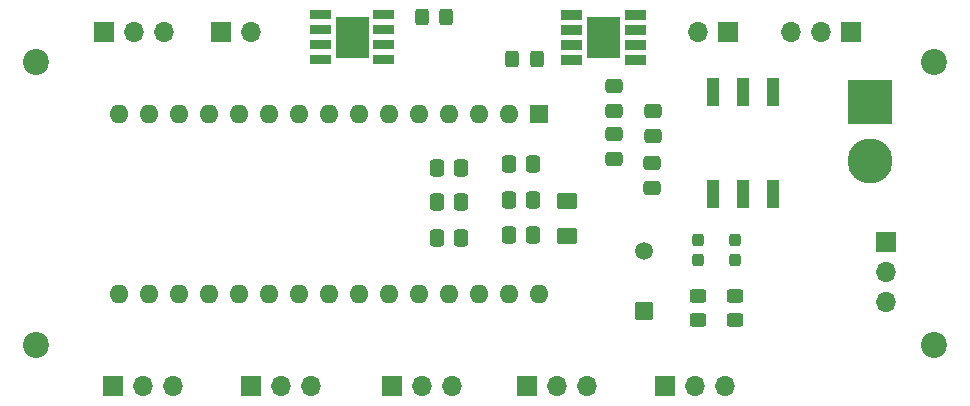
<source format=gbr>
%TF.GenerationSoftware,KiCad,Pcbnew,8.0.4*%
%TF.CreationDate,2024-08-28T14:32:30-04:00*%
%TF.ProjectId,luytenPCB,6c757974-656e-4504-9342-2e6b69636164,rev?*%
%TF.SameCoordinates,Original*%
%TF.FileFunction,Soldermask,Top*%
%TF.FilePolarity,Negative*%
%FSLAX46Y46*%
G04 Gerber Fmt 4.6, Leading zero omitted, Abs format (unit mm)*
G04 Created by KiCad (PCBNEW 8.0.4) date 2024-08-28 14:32:30*
%MOMM*%
%LPD*%
G01*
G04 APERTURE LIST*
G04 Aperture macros list*
%AMRoundRect*
0 Rectangle with rounded corners*
0 $1 Rounding radius*
0 $2 $3 $4 $5 $6 $7 $8 $9 X,Y pos of 4 corners*
0 Add a 4 corners polygon primitive as box body*
4,1,4,$2,$3,$4,$5,$6,$7,$8,$9,$2,$3,0*
0 Add four circle primitives for the rounded corners*
1,1,$1+$1,$2,$3*
1,1,$1+$1,$4,$5*
1,1,$1+$1,$6,$7*
1,1,$1+$1,$8,$9*
0 Add four rect primitives between the rounded corners*
20,1,$1+$1,$2,$3,$4,$5,0*
20,1,$1+$1,$4,$5,$6,$7,0*
20,1,$1+$1,$6,$7,$8,$9,0*
20,1,$1+$1,$8,$9,$2,$3,0*%
G04 Aperture macros list end*
%ADD10C,0.010000*%
%ADD11RoundRect,0.102000X0.654000X0.654000X-0.654000X0.654000X-0.654000X-0.654000X0.654000X-0.654000X0*%
%ADD12C,1.512000*%
%ADD13R,1.600000X1.600000*%
%ADD14O,1.600000X1.600000*%
%ADD15RoundRect,0.250000X-0.337500X-0.475000X0.337500X-0.475000X0.337500X0.475000X-0.337500X0.475000X0*%
%ADD16RoundRect,0.237500X-0.237500X0.300000X-0.237500X-0.300000X0.237500X-0.300000X0.237500X0.300000X0*%
%ADD17C,2.200000*%
%ADD18RoundRect,0.250000X-0.475000X0.337500X-0.475000X-0.337500X0.475000X-0.337500X0.475000X0.337500X0*%
%ADD19RoundRect,0.250000X0.325000X0.450000X-0.325000X0.450000X-0.325000X-0.450000X0.325000X-0.450000X0*%
%ADD20RoundRect,0.250000X0.450000X-0.325000X0.450000X0.325000X-0.450000X0.325000X-0.450000X-0.325000X0*%
%ADD21R,1.120000X2.440000*%
%ADD22O,1.700000X1.700000*%
%ADD23R,1.700000X1.700000*%
%ADD24RoundRect,0.250000X0.475000X-0.337500X0.475000X0.337500X-0.475000X0.337500X-0.475000X-0.337500X0*%
%ADD25RoundRect,0.250000X0.337500X0.475000X-0.337500X0.475000X-0.337500X-0.475000X0.337500X-0.475000X0*%
%ADD26RoundRect,0.250001X-0.624999X0.462499X-0.624999X-0.462499X0.624999X-0.462499X0.624999X0.462499X0*%
%ADD27RoundRect,0.250000X-0.325000X-0.450000X0.325000X-0.450000X0.325000X0.450000X-0.325000X0.450000X0*%
%ADD28R,3.800000X3.800000*%
%ADD29C,3.800000*%
G04 APERTURE END LIST*
D10*
%TO.C,IC2*%
X72363000Y-32546000D02*
X69653000Y-32546000D01*
X69653000Y-29146000D01*
X72363000Y-29146000D01*
X72363000Y-32546000D01*
G36*
X72363000Y-32546000D02*
G01*
X69653000Y-32546000D01*
X69653000Y-29146000D01*
X72363000Y-29146000D01*
X72363000Y-32546000D01*
G37*
X74511000Y-32382000D02*
X74513000Y-32382000D01*
X74516000Y-32383000D01*
X74518000Y-32383000D01*
X74521000Y-32384000D01*
X74523000Y-32385000D01*
X74526000Y-32386000D01*
X74528000Y-32388000D01*
X74530000Y-32389000D01*
X74532000Y-32391000D01*
X74534000Y-32392000D01*
X74536000Y-32394000D01*
X74538000Y-32396000D01*
X74540000Y-32398000D01*
X74542000Y-32400000D01*
X74543000Y-32402000D01*
X74545000Y-32404000D01*
X74546000Y-32406000D01*
X74548000Y-32408000D01*
X74549000Y-32411000D01*
X74550000Y-32413000D01*
X74551000Y-32416000D01*
X74551000Y-32418000D01*
X74552000Y-32421000D01*
X74552000Y-32423000D01*
X74553000Y-32426000D01*
X74553000Y-32428000D01*
X74553000Y-32431000D01*
X74553000Y-33071000D01*
X74553000Y-33074000D01*
X74553000Y-33076000D01*
X74552000Y-33079000D01*
X74552000Y-33081000D01*
X74551000Y-33084000D01*
X74551000Y-33086000D01*
X74550000Y-33089000D01*
X74549000Y-33091000D01*
X74548000Y-33094000D01*
X74546000Y-33096000D01*
X74545000Y-33098000D01*
X74543000Y-33100000D01*
X74542000Y-33102000D01*
X74540000Y-33104000D01*
X74538000Y-33106000D01*
X74536000Y-33108000D01*
X74534000Y-33110000D01*
X74532000Y-33111000D01*
X74530000Y-33113000D01*
X74528000Y-33114000D01*
X74526000Y-33116000D01*
X74523000Y-33117000D01*
X74521000Y-33118000D01*
X74518000Y-33119000D01*
X74516000Y-33119000D01*
X74513000Y-33120000D01*
X74511000Y-33120000D01*
X74508000Y-33121000D01*
X74506000Y-33121000D01*
X74503000Y-33121000D01*
X72913000Y-33121000D01*
X72910000Y-33121000D01*
X72908000Y-33121000D01*
X72905000Y-33120000D01*
X72903000Y-33120000D01*
X72900000Y-33119000D01*
X72898000Y-33119000D01*
X72895000Y-33118000D01*
X72893000Y-33117000D01*
X72890000Y-33116000D01*
X72888000Y-33114000D01*
X72886000Y-33113000D01*
X72884000Y-33111000D01*
X72882000Y-33110000D01*
X72880000Y-33108000D01*
X72878000Y-33106000D01*
X72876000Y-33104000D01*
X72874000Y-33102000D01*
X72873000Y-33100000D01*
X72871000Y-33098000D01*
X72870000Y-33096000D01*
X72868000Y-33094000D01*
X72867000Y-33091000D01*
X72866000Y-33089000D01*
X72865000Y-33086000D01*
X72865000Y-33084000D01*
X72864000Y-33081000D01*
X72864000Y-33079000D01*
X72863000Y-33076000D01*
X72863000Y-33074000D01*
X72863000Y-33071000D01*
X72863000Y-32431000D01*
X72863000Y-32428000D01*
X72863000Y-32426000D01*
X72864000Y-32423000D01*
X72864000Y-32421000D01*
X72865000Y-32418000D01*
X72865000Y-32416000D01*
X72866000Y-32413000D01*
X72867000Y-32411000D01*
X72868000Y-32408000D01*
X72870000Y-32406000D01*
X72871000Y-32404000D01*
X72873000Y-32402000D01*
X72874000Y-32400000D01*
X72876000Y-32398000D01*
X72878000Y-32396000D01*
X72880000Y-32394000D01*
X72882000Y-32392000D01*
X72884000Y-32391000D01*
X72886000Y-32389000D01*
X72888000Y-32388000D01*
X72890000Y-32386000D01*
X72893000Y-32385000D01*
X72895000Y-32384000D01*
X72898000Y-32383000D01*
X72900000Y-32383000D01*
X72903000Y-32382000D01*
X72905000Y-32382000D01*
X72908000Y-32381000D01*
X72910000Y-32381000D01*
X72913000Y-32381000D01*
X74503000Y-32381000D01*
X74506000Y-32381000D01*
X74508000Y-32381000D01*
X74511000Y-32382000D01*
G36*
X74511000Y-32382000D02*
G01*
X74513000Y-32382000D01*
X74516000Y-32383000D01*
X74518000Y-32383000D01*
X74521000Y-32384000D01*
X74523000Y-32385000D01*
X74526000Y-32386000D01*
X74528000Y-32388000D01*
X74530000Y-32389000D01*
X74532000Y-32391000D01*
X74534000Y-32392000D01*
X74536000Y-32394000D01*
X74538000Y-32396000D01*
X74540000Y-32398000D01*
X74542000Y-32400000D01*
X74543000Y-32402000D01*
X74545000Y-32404000D01*
X74546000Y-32406000D01*
X74548000Y-32408000D01*
X74549000Y-32411000D01*
X74550000Y-32413000D01*
X74551000Y-32416000D01*
X74551000Y-32418000D01*
X74552000Y-32421000D01*
X74552000Y-32423000D01*
X74553000Y-32426000D01*
X74553000Y-32428000D01*
X74553000Y-32431000D01*
X74553000Y-33071000D01*
X74553000Y-33074000D01*
X74553000Y-33076000D01*
X74552000Y-33079000D01*
X74552000Y-33081000D01*
X74551000Y-33084000D01*
X74551000Y-33086000D01*
X74550000Y-33089000D01*
X74549000Y-33091000D01*
X74548000Y-33094000D01*
X74546000Y-33096000D01*
X74545000Y-33098000D01*
X74543000Y-33100000D01*
X74542000Y-33102000D01*
X74540000Y-33104000D01*
X74538000Y-33106000D01*
X74536000Y-33108000D01*
X74534000Y-33110000D01*
X74532000Y-33111000D01*
X74530000Y-33113000D01*
X74528000Y-33114000D01*
X74526000Y-33116000D01*
X74523000Y-33117000D01*
X74521000Y-33118000D01*
X74518000Y-33119000D01*
X74516000Y-33119000D01*
X74513000Y-33120000D01*
X74511000Y-33120000D01*
X74508000Y-33121000D01*
X74506000Y-33121000D01*
X74503000Y-33121000D01*
X72913000Y-33121000D01*
X72910000Y-33121000D01*
X72908000Y-33121000D01*
X72905000Y-33120000D01*
X72903000Y-33120000D01*
X72900000Y-33119000D01*
X72898000Y-33119000D01*
X72895000Y-33118000D01*
X72893000Y-33117000D01*
X72890000Y-33116000D01*
X72888000Y-33114000D01*
X72886000Y-33113000D01*
X72884000Y-33111000D01*
X72882000Y-33110000D01*
X72880000Y-33108000D01*
X72878000Y-33106000D01*
X72876000Y-33104000D01*
X72874000Y-33102000D01*
X72873000Y-33100000D01*
X72871000Y-33098000D01*
X72870000Y-33096000D01*
X72868000Y-33094000D01*
X72867000Y-33091000D01*
X72866000Y-33089000D01*
X72865000Y-33086000D01*
X72865000Y-33084000D01*
X72864000Y-33081000D01*
X72864000Y-33079000D01*
X72863000Y-33076000D01*
X72863000Y-33074000D01*
X72863000Y-33071000D01*
X72863000Y-32431000D01*
X72863000Y-32428000D01*
X72863000Y-32426000D01*
X72864000Y-32423000D01*
X72864000Y-32421000D01*
X72865000Y-32418000D01*
X72865000Y-32416000D01*
X72866000Y-32413000D01*
X72867000Y-32411000D01*
X72868000Y-32408000D01*
X72870000Y-32406000D01*
X72871000Y-32404000D01*
X72873000Y-32402000D01*
X72874000Y-32400000D01*
X72876000Y-32398000D01*
X72878000Y-32396000D01*
X72880000Y-32394000D01*
X72882000Y-32392000D01*
X72884000Y-32391000D01*
X72886000Y-32389000D01*
X72888000Y-32388000D01*
X72890000Y-32386000D01*
X72893000Y-32385000D01*
X72895000Y-32384000D01*
X72898000Y-32383000D01*
X72900000Y-32383000D01*
X72903000Y-32382000D01*
X72905000Y-32382000D01*
X72908000Y-32381000D01*
X72910000Y-32381000D01*
X72913000Y-32381000D01*
X74503000Y-32381000D01*
X74506000Y-32381000D01*
X74508000Y-32381000D01*
X74511000Y-32382000D01*
G37*
X74511000Y-31112000D02*
X74513000Y-31112000D01*
X74516000Y-31113000D01*
X74518000Y-31113000D01*
X74521000Y-31114000D01*
X74523000Y-31115000D01*
X74526000Y-31116000D01*
X74528000Y-31118000D01*
X74530000Y-31119000D01*
X74532000Y-31121000D01*
X74534000Y-31122000D01*
X74536000Y-31124000D01*
X74538000Y-31126000D01*
X74540000Y-31128000D01*
X74542000Y-31130000D01*
X74543000Y-31132000D01*
X74545000Y-31134000D01*
X74546000Y-31136000D01*
X74548000Y-31138000D01*
X74549000Y-31141000D01*
X74550000Y-31143000D01*
X74551000Y-31146000D01*
X74551000Y-31148000D01*
X74552000Y-31151000D01*
X74552000Y-31153000D01*
X74553000Y-31156000D01*
X74553000Y-31158000D01*
X74553000Y-31161000D01*
X74553000Y-31801000D01*
X74553000Y-31804000D01*
X74553000Y-31806000D01*
X74552000Y-31809000D01*
X74552000Y-31811000D01*
X74551000Y-31814000D01*
X74551000Y-31816000D01*
X74550000Y-31819000D01*
X74549000Y-31821000D01*
X74548000Y-31824000D01*
X74546000Y-31826000D01*
X74545000Y-31828000D01*
X74543000Y-31830000D01*
X74542000Y-31832000D01*
X74540000Y-31834000D01*
X74538000Y-31836000D01*
X74536000Y-31838000D01*
X74534000Y-31840000D01*
X74532000Y-31841000D01*
X74530000Y-31843000D01*
X74528000Y-31844000D01*
X74526000Y-31846000D01*
X74523000Y-31847000D01*
X74521000Y-31848000D01*
X74518000Y-31849000D01*
X74516000Y-31849000D01*
X74513000Y-31850000D01*
X74511000Y-31850000D01*
X74508000Y-31851000D01*
X74506000Y-31851000D01*
X74503000Y-31851000D01*
X72913000Y-31851000D01*
X72910000Y-31851000D01*
X72908000Y-31851000D01*
X72905000Y-31850000D01*
X72903000Y-31850000D01*
X72900000Y-31849000D01*
X72898000Y-31849000D01*
X72895000Y-31848000D01*
X72893000Y-31847000D01*
X72890000Y-31846000D01*
X72888000Y-31844000D01*
X72886000Y-31843000D01*
X72884000Y-31841000D01*
X72882000Y-31840000D01*
X72880000Y-31838000D01*
X72878000Y-31836000D01*
X72876000Y-31834000D01*
X72874000Y-31832000D01*
X72873000Y-31830000D01*
X72871000Y-31828000D01*
X72870000Y-31826000D01*
X72868000Y-31824000D01*
X72867000Y-31821000D01*
X72866000Y-31819000D01*
X72865000Y-31816000D01*
X72865000Y-31814000D01*
X72864000Y-31811000D01*
X72864000Y-31809000D01*
X72863000Y-31806000D01*
X72863000Y-31804000D01*
X72863000Y-31801000D01*
X72863000Y-31161000D01*
X72863000Y-31158000D01*
X72863000Y-31156000D01*
X72864000Y-31153000D01*
X72864000Y-31151000D01*
X72865000Y-31148000D01*
X72865000Y-31146000D01*
X72866000Y-31143000D01*
X72867000Y-31141000D01*
X72868000Y-31138000D01*
X72870000Y-31136000D01*
X72871000Y-31134000D01*
X72873000Y-31132000D01*
X72874000Y-31130000D01*
X72876000Y-31128000D01*
X72878000Y-31126000D01*
X72880000Y-31124000D01*
X72882000Y-31122000D01*
X72884000Y-31121000D01*
X72886000Y-31119000D01*
X72888000Y-31118000D01*
X72890000Y-31116000D01*
X72893000Y-31115000D01*
X72895000Y-31114000D01*
X72898000Y-31113000D01*
X72900000Y-31113000D01*
X72903000Y-31112000D01*
X72905000Y-31112000D01*
X72908000Y-31111000D01*
X72910000Y-31111000D01*
X72913000Y-31111000D01*
X74503000Y-31111000D01*
X74506000Y-31111000D01*
X74508000Y-31111000D01*
X74511000Y-31112000D01*
G36*
X74511000Y-31112000D02*
G01*
X74513000Y-31112000D01*
X74516000Y-31113000D01*
X74518000Y-31113000D01*
X74521000Y-31114000D01*
X74523000Y-31115000D01*
X74526000Y-31116000D01*
X74528000Y-31118000D01*
X74530000Y-31119000D01*
X74532000Y-31121000D01*
X74534000Y-31122000D01*
X74536000Y-31124000D01*
X74538000Y-31126000D01*
X74540000Y-31128000D01*
X74542000Y-31130000D01*
X74543000Y-31132000D01*
X74545000Y-31134000D01*
X74546000Y-31136000D01*
X74548000Y-31138000D01*
X74549000Y-31141000D01*
X74550000Y-31143000D01*
X74551000Y-31146000D01*
X74551000Y-31148000D01*
X74552000Y-31151000D01*
X74552000Y-31153000D01*
X74553000Y-31156000D01*
X74553000Y-31158000D01*
X74553000Y-31161000D01*
X74553000Y-31801000D01*
X74553000Y-31804000D01*
X74553000Y-31806000D01*
X74552000Y-31809000D01*
X74552000Y-31811000D01*
X74551000Y-31814000D01*
X74551000Y-31816000D01*
X74550000Y-31819000D01*
X74549000Y-31821000D01*
X74548000Y-31824000D01*
X74546000Y-31826000D01*
X74545000Y-31828000D01*
X74543000Y-31830000D01*
X74542000Y-31832000D01*
X74540000Y-31834000D01*
X74538000Y-31836000D01*
X74536000Y-31838000D01*
X74534000Y-31840000D01*
X74532000Y-31841000D01*
X74530000Y-31843000D01*
X74528000Y-31844000D01*
X74526000Y-31846000D01*
X74523000Y-31847000D01*
X74521000Y-31848000D01*
X74518000Y-31849000D01*
X74516000Y-31849000D01*
X74513000Y-31850000D01*
X74511000Y-31850000D01*
X74508000Y-31851000D01*
X74506000Y-31851000D01*
X74503000Y-31851000D01*
X72913000Y-31851000D01*
X72910000Y-31851000D01*
X72908000Y-31851000D01*
X72905000Y-31850000D01*
X72903000Y-31850000D01*
X72900000Y-31849000D01*
X72898000Y-31849000D01*
X72895000Y-31848000D01*
X72893000Y-31847000D01*
X72890000Y-31846000D01*
X72888000Y-31844000D01*
X72886000Y-31843000D01*
X72884000Y-31841000D01*
X72882000Y-31840000D01*
X72880000Y-31838000D01*
X72878000Y-31836000D01*
X72876000Y-31834000D01*
X72874000Y-31832000D01*
X72873000Y-31830000D01*
X72871000Y-31828000D01*
X72870000Y-31826000D01*
X72868000Y-31824000D01*
X72867000Y-31821000D01*
X72866000Y-31819000D01*
X72865000Y-31816000D01*
X72865000Y-31814000D01*
X72864000Y-31811000D01*
X72864000Y-31809000D01*
X72863000Y-31806000D01*
X72863000Y-31804000D01*
X72863000Y-31801000D01*
X72863000Y-31161000D01*
X72863000Y-31158000D01*
X72863000Y-31156000D01*
X72864000Y-31153000D01*
X72864000Y-31151000D01*
X72865000Y-31148000D01*
X72865000Y-31146000D01*
X72866000Y-31143000D01*
X72867000Y-31141000D01*
X72868000Y-31138000D01*
X72870000Y-31136000D01*
X72871000Y-31134000D01*
X72873000Y-31132000D01*
X72874000Y-31130000D01*
X72876000Y-31128000D01*
X72878000Y-31126000D01*
X72880000Y-31124000D01*
X72882000Y-31122000D01*
X72884000Y-31121000D01*
X72886000Y-31119000D01*
X72888000Y-31118000D01*
X72890000Y-31116000D01*
X72893000Y-31115000D01*
X72895000Y-31114000D01*
X72898000Y-31113000D01*
X72900000Y-31113000D01*
X72903000Y-31112000D01*
X72905000Y-31112000D01*
X72908000Y-31111000D01*
X72910000Y-31111000D01*
X72913000Y-31111000D01*
X74503000Y-31111000D01*
X74506000Y-31111000D01*
X74508000Y-31111000D01*
X74511000Y-31112000D01*
G37*
X74511000Y-29842000D02*
X74513000Y-29842000D01*
X74516000Y-29843000D01*
X74518000Y-29843000D01*
X74521000Y-29844000D01*
X74523000Y-29845000D01*
X74526000Y-29846000D01*
X74528000Y-29848000D01*
X74530000Y-29849000D01*
X74532000Y-29851000D01*
X74534000Y-29852000D01*
X74536000Y-29854000D01*
X74538000Y-29856000D01*
X74540000Y-29858000D01*
X74542000Y-29860000D01*
X74543000Y-29862000D01*
X74545000Y-29864000D01*
X74546000Y-29866000D01*
X74548000Y-29868000D01*
X74549000Y-29871000D01*
X74550000Y-29873000D01*
X74551000Y-29876000D01*
X74551000Y-29878000D01*
X74552000Y-29881000D01*
X74552000Y-29883000D01*
X74553000Y-29886000D01*
X74553000Y-29888000D01*
X74553000Y-29891000D01*
X74553000Y-30531000D01*
X74553000Y-30534000D01*
X74553000Y-30536000D01*
X74552000Y-30539000D01*
X74552000Y-30541000D01*
X74551000Y-30544000D01*
X74551000Y-30546000D01*
X74550000Y-30549000D01*
X74549000Y-30551000D01*
X74548000Y-30554000D01*
X74546000Y-30556000D01*
X74545000Y-30558000D01*
X74543000Y-30560000D01*
X74542000Y-30562000D01*
X74540000Y-30564000D01*
X74538000Y-30566000D01*
X74536000Y-30568000D01*
X74534000Y-30570000D01*
X74532000Y-30571000D01*
X74530000Y-30573000D01*
X74528000Y-30574000D01*
X74526000Y-30576000D01*
X74523000Y-30577000D01*
X74521000Y-30578000D01*
X74518000Y-30579000D01*
X74516000Y-30579000D01*
X74513000Y-30580000D01*
X74511000Y-30580000D01*
X74508000Y-30581000D01*
X74506000Y-30581000D01*
X74503000Y-30581000D01*
X72913000Y-30581000D01*
X72910000Y-30581000D01*
X72908000Y-30581000D01*
X72905000Y-30580000D01*
X72903000Y-30580000D01*
X72900000Y-30579000D01*
X72898000Y-30579000D01*
X72895000Y-30578000D01*
X72893000Y-30577000D01*
X72890000Y-30576000D01*
X72888000Y-30574000D01*
X72886000Y-30573000D01*
X72884000Y-30571000D01*
X72882000Y-30570000D01*
X72880000Y-30568000D01*
X72878000Y-30566000D01*
X72876000Y-30564000D01*
X72874000Y-30562000D01*
X72873000Y-30560000D01*
X72871000Y-30558000D01*
X72870000Y-30556000D01*
X72868000Y-30554000D01*
X72867000Y-30551000D01*
X72866000Y-30549000D01*
X72865000Y-30546000D01*
X72865000Y-30544000D01*
X72864000Y-30541000D01*
X72864000Y-30539000D01*
X72863000Y-30536000D01*
X72863000Y-30534000D01*
X72863000Y-30531000D01*
X72863000Y-29891000D01*
X72863000Y-29888000D01*
X72863000Y-29886000D01*
X72864000Y-29883000D01*
X72864000Y-29881000D01*
X72865000Y-29878000D01*
X72865000Y-29876000D01*
X72866000Y-29873000D01*
X72867000Y-29871000D01*
X72868000Y-29868000D01*
X72870000Y-29866000D01*
X72871000Y-29864000D01*
X72873000Y-29862000D01*
X72874000Y-29860000D01*
X72876000Y-29858000D01*
X72878000Y-29856000D01*
X72880000Y-29854000D01*
X72882000Y-29852000D01*
X72884000Y-29851000D01*
X72886000Y-29849000D01*
X72888000Y-29848000D01*
X72890000Y-29846000D01*
X72893000Y-29845000D01*
X72895000Y-29844000D01*
X72898000Y-29843000D01*
X72900000Y-29843000D01*
X72903000Y-29842000D01*
X72905000Y-29842000D01*
X72908000Y-29841000D01*
X72910000Y-29841000D01*
X72913000Y-29841000D01*
X74503000Y-29841000D01*
X74506000Y-29841000D01*
X74508000Y-29841000D01*
X74511000Y-29842000D01*
G36*
X74511000Y-29842000D02*
G01*
X74513000Y-29842000D01*
X74516000Y-29843000D01*
X74518000Y-29843000D01*
X74521000Y-29844000D01*
X74523000Y-29845000D01*
X74526000Y-29846000D01*
X74528000Y-29848000D01*
X74530000Y-29849000D01*
X74532000Y-29851000D01*
X74534000Y-29852000D01*
X74536000Y-29854000D01*
X74538000Y-29856000D01*
X74540000Y-29858000D01*
X74542000Y-29860000D01*
X74543000Y-29862000D01*
X74545000Y-29864000D01*
X74546000Y-29866000D01*
X74548000Y-29868000D01*
X74549000Y-29871000D01*
X74550000Y-29873000D01*
X74551000Y-29876000D01*
X74551000Y-29878000D01*
X74552000Y-29881000D01*
X74552000Y-29883000D01*
X74553000Y-29886000D01*
X74553000Y-29888000D01*
X74553000Y-29891000D01*
X74553000Y-30531000D01*
X74553000Y-30534000D01*
X74553000Y-30536000D01*
X74552000Y-30539000D01*
X74552000Y-30541000D01*
X74551000Y-30544000D01*
X74551000Y-30546000D01*
X74550000Y-30549000D01*
X74549000Y-30551000D01*
X74548000Y-30554000D01*
X74546000Y-30556000D01*
X74545000Y-30558000D01*
X74543000Y-30560000D01*
X74542000Y-30562000D01*
X74540000Y-30564000D01*
X74538000Y-30566000D01*
X74536000Y-30568000D01*
X74534000Y-30570000D01*
X74532000Y-30571000D01*
X74530000Y-30573000D01*
X74528000Y-30574000D01*
X74526000Y-30576000D01*
X74523000Y-30577000D01*
X74521000Y-30578000D01*
X74518000Y-30579000D01*
X74516000Y-30579000D01*
X74513000Y-30580000D01*
X74511000Y-30580000D01*
X74508000Y-30581000D01*
X74506000Y-30581000D01*
X74503000Y-30581000D01*
X72913000Y-30581000D01*
X72910000Y-30581000D01*
X72908000Y-30581000D01*
X72905000Y-30580000D01*
X72903000Y-30580000D01*
X72900000Y-30579000D01*
X72898000Y-30579000D01*
X72895000Y-30578000D01*
X72893000Y-30577000D01*
X72890000Y-30576000D01*
X72888000Y-30574000D01*
X72886000Y-30573000D01*
X72884000Y-30571000D01*
X72882000Y-30570000D01*
X72880000Y-30568000D01*
X72878000Y-30566000D01*
X72876000Y-30564000D01*
X72874000Y-30562000D01*
X72873000Y-30560000D01*
X72871000Y-30558000D01*
X72870000Y-30556000D01*
X72868000Y-30554000D01*
X72867000Y-30551000D01*
X72866000Y-30549000D01*
X72865000Y-30546000D01*
X72865000Y-30544000D01*
X72864000Y-30541000D01*
X72864000Y-30539000D01*
X72863000Y-30536000D01*
X72863000Y-30534000D01*
X72863000Y-30531000D01*
X72863000Y-29891000D01*
X72863000Y-29888000D01*
X72863000Y-29886000D01*
X72864000Y-29883000D01*
X72864000Y-29881000D01*
X72865000Y-29878000D01*
X72865000Y-29876000D01*
X72866000Y-29873000D01*
X72867000Y-29871000D01*
X72868000Y-29868000D01*
X72870000Y-29866000D01*
X72871000Y-29864000D01*
X72873000Y-29862000D01*
X72874000Y-29860000D01*
X72876000Y-29858000D01*
X72878000Y-29856000D01*
X72880000Y-29854000D01*
X72882000Y-29852000D01*
X72884000Y-29851000D01*
X72886000Y-29849000D01*
X72888000Y-29848000D01*
X72890000Y-29846000D01*
X72893000Y-29845000D01*
X72895000Y-29844000D01*
X72898000Y-29843000D01*
X72900000Y-29843000D01*
X72903000Y-29842000D01*
X72905000Y-29842000D01*
X72908000Y-29841000D01*
X72910000Y-29841000D01*
X72913000Y-29841000D01*
X74503000Y-29841000D01*
X74506000Y-29841000D01*
X74508000Y-29841000D01*
X74511000Y-29842000D01*
G37*
X74511000Y-28572000D02*
X74513000Y-28572000D01*
X74516000Y-28573000D01*
X74518000Y-28573000D01*
X74521000Y-28574000D01*
X74523000Y-28575000D01*
X74526000Y-28576000D01*
X74528000Y-28578000D01*
X74530000Y-28579000D01*
X74532000Y-28581000D01*
X74534000Y-28582000D01*
X74536000Y-28584000D01*
X74538000Y-28586000D01*
X74540000Y-28588000D01*
X74542000Y-28590000D01*
X74543000Y-28592000D01*
X74545000Y-28594000D01*
X74546000Y-28596000D01*
X74548000Y-28598000D01*
X74549000Y-28601000D01*
X74550000Y-28603000D01*
X74551000Y-28606000D01*
X74551000Y-28608000D01*
X74552000Y-28611000D01*
X74552000Y-28613000D01*
X74553000Y-28616000D01*
X74553000Y-28618000D01*
X74553000Y-28621000D01*
X74553000Y-29261000D01*
X74553000Y-29264000D01*
X74553000Y-29266000D01*
X74552000Y-29269000D01*
X74552000Y-29271000D01*
X74551000Y-29274000D01*
X74551000Y-29276000D01*
X74550000Y-29279000D01*
X74549000Y-29281000D01*
X74548000Y-29284000D01*
X74546000Y-29286000D01*
X74545000Y-29288000D01*
X74543000Y-29290000D01*
X74542000Y-29292000D01*
X74540000Y-29294000D01*
X74538000Y-29296000D01*
X74536000Y-29298000D01*
X74534000Y-29300000D01*
X74532000Y-29301000D01*
X74530000Y-29303000D01*
X74528000Y-29304000D01*
X74526000Y-29306000D01*
X74523000Y-29307000D01*
X74521000Y-29308000D01*
X74518000Y-29309000D01*
X74516000Y-29309000D01*
X74513000Y-29310000D01*
X74511000Y-29310000D01*
X74508000Y-29311000D01*
X74506000Y-29311000D01*
X74503000Y-29311000D01*
X72913000Y-29311000D01*
X72910000Y-29311000D01*
X72908000Y-29311000D01*
X72905000Y-29310000D01*
X72903000Y-29310000D01*
X72900000Y-29309000D01*
X72898000Y-29309000D01*
X72895000Y-29308000D01*
X72893000Y-29307000D01*
X72890000Y-29306000D01*
X72888000Y-29304000D01*
X72886000Y-29303000D01*
X72884000Y-29301000D01*
X72882000Y-29300000D01*
X72880000Y-29298000D01*
X72878000Y-29296000D01*
X72876000Y-29294000D01*
X72874000Y-29292000D01*
X72873000Y-29290000D01*
X72871000Y-29288000D01*
X72870000Y-29286000D01*
X72868000Y-29284000D01*
X72867000Y-29281000D01*
X72866000Y-29279000D01*
X72865000Y-29276000D01*
X72865000Y-29274000D01*
X72864000Y-29271000D01*
X72864000Y-29269000D01*
X72863000Y-29266000D01*
X72863000Y-29264000D01*
X72863000Y-29261000D01*
X72863000Y-28621000D01*
X72863000Y-28618000D01*
X72863000Y-28616000D01*
X72864000Y-28613000D01*
X72864000Y-28611000D01*
X72865000Y-28608000D01*
X72865000Y-28606000D01*
X72866000Y-28603000D01*
X72867000Y-28601000D01*
X72868000Y-28598000D01*
X72870000Y-28596000D01*
X72871000Y-28594000D01*
X72873000Y-28592000D01*
X72874000Y-28590000D01*
X72876000Y-28588000D01*
X72878000Y-28586000D01*
X72880000Y-28584000D01*
X72882000Y-28582000D01*
X72884000Y-28581000D01*
X72886000Y-28579000D01*
X72888000Y-28578000D01*
X72890000Y-28576000D01*
X72893000Y-28575000D01*
X72895000Y-28574000D01*
X72898000Y-28573000D01*
X72900000Y-28573000D01*
X72903000Y-28572000D01*
X72905000Y-28572000D01*
X72908000Y-28571000D01*
X72910000Y-28571000D01*
X72913000Y-28571000D01*
X74503000Y-28571000D01*
X74506000Y-28571000D01*
X74508000Y-28571000D01*
X74511000Y-28572000D01*
G36*
X74511000Y-28572000D02*
G01*
X74513000Y-28572000D01*
X74516000Y-28573000D01*
X74518000Y-28573000D01*
X74521000Y-28574000D01*
X74523000Y-28575000D01*
X74526000Y-28576000D01*
X74528000Y-28578000D01*
X74530000Y-28579000D01*
X74532000Y-28581000D01*
X74534000Y-28582000D01*
X74536000Y-28584000D01*
X74538000Y-28586000D01*
X74540000Y-28588000D01*
X74542000Y-28590000D01*
X74543000Y-28592000D01*
X74545000Y-28594000D01*
X74546000Y-28596000D01*
X74548000Y-28598000D01*
X74549000Y-28601000D01*
X74550000Y-28603000D01*
X74551000Y-28606000D01*
X74551000Y-28608000D01*
X74552000Y-28611000D01*
X74552000Y-28613000D01*
X74553000Y-28616000D01*
X74553000Y-28618000D01*
X74553000Y-28621000D01*
X74553000Y-29261000D01*
X74553000Y-29264000D01*
X74553000Y-29266000D01*
X74552000Y-29269000D01*
X74552000Y-29271000D01*
X74551000Y-29274000D01*
X74551000Y-29276000D01*
X74550000Y-29279000D01*
X74549000Y-29281000D01*
X74548000Y-29284000D01*
X74546000Y-29286000D01*
X74545000Y-29288000D01*
X74543000Y-29290000D01*
X74542000Y-29292000D01*
X74540000Y-29294000D01*
X74538000Y-29296000D01*
X74536000Y-29298000D01*
X74534000Y-29300000D01*
X74532000Y-29301000D01*
X74530000Y-29303000D01*
X74528000Y-29304000D01*
X74526000Y-29306000D01*
X74523000Y-29307000D01*
X74521000Y-29308000D01*
X74518000Y-29309000D01*
X74516000Y-29309000D01*
X74513000Y-29310000D01*
X74511000Y-29310000D01*
X74508000Y-29311000D01*
X74506000Y-29311000D01*
X74503000Y-29311000D01*
X72913000Y-29311000D01*
X72910000Y-29311000D01*
X72908000Y-29311000D01*
X72905000Y-29310000D01*
X72903000Y-29310000D01*
X72900000Y-29309000D01*
X72898000Y-29309000D01*
X72895000Y-29308000D01*
X72893000Y-29307000D01*
X72890000Y-29306000D01*
X72888000Y-29304000D01*
X72886000Y-29303000D01*
X72884000Y-29301000D01*
X72882000Y-29300000D01*
X72880000Y-29298000D01*
X72878000Y-29296000D01*
X72876000Y-29294000D01*
X72874000Y-29292000D01*
X72873000Y-29290000D01*
X72871000Y-29288000D01*
X72870000Y-29286000D01*
X72868000Y-29284000D01*
X72867000Y-29281000D01*
X72866000Y-29279000D01*
X72865000Y-29276000D01*
X72865000Y-29274000D01*
X72864000Y-29271000D01*
X72864000Y-29269000D01*
X72863000Y-29266000D01*
X72863000Y-29264000D01*
X72863000Y-29261000D01*
X72863000Y-28621000D01*
X72863000Y-28618000D01*
X72863000Y-28616000D01*
X72864000Y-28613000D01*
X72864000Y-28611000D01*
X72865000Y-28608000D01*
X72865000Y-28606000D01*
X72866000Y-28603000D01*
X72867000Y-28601000D01*
X72868000Y-28598000D01*
X72870000Y-28596000D01*
X72871000Y-28594000D01*
X72873000Y-28592000D01*
X72874000Y-28590000D01*
X72876000Y-28588000D01*
X72878000Y-28586000D01*
X72880000Y-28584000D01*
X72882000Y-28582000D01*
X72884000Y-28581000D01*
X72886000Y-28579000D01*
X72888000Y-28578000D01*
X72890000Y-28576000D01*
X72893000Y-28575000D01*
X72895000Y-28574000D01*
X72898000Y-28573000D01*
X72900000Y-28573000D01*
X72903000Y-28572000D01*
X72905000Y-28572000D01*
X72908000Y-28571000D01*
X72910000Y-28571000D01*
X72913000Y-28571000D01*
X74503000Y-28571000D01*
X74506000Y-28571000D01*
X74508000Y-28571000D01*
X74511000Y-28572000D01*
G37*
X69111000Y-32382000D02*
X69113000Y-32382000D01*
X69116000Y-32383000D01*
X69118000Y-32383000D01*
X69121000Y-32384000D01*
X69123000Y-32385000D01*
X69126000Y-32386000D01*
X69128000Y-32388000D01*
X69130000Y-32389000D01*
X69132000Y-32391000D01*
X69134000Y-32392000D01*
X69136000Y-32394000D01*
X69138000Y-32396000D01*
X69140000Y-32398000D01*
X69142000Y-32400000D01*
X69143000Y-32402000D01*
X69145000Y-32404000D01*
X69146000Y-32406000D01*
X69148000Y-32408000D01*
X69149000Y-32411000D01*
X69150000Y-32413000D01*
X69151000Y-32416000D01*
X69151000Y-32418000D01*
X69152000Y-32421000D01*
X69152000Y-32423000D01*
X69153000Y-32426000D01*
X69153000Y-32428000D01*
X69153000Y-32431000D01*
X69153000Y-33071000D01*
X69153000Y-33074000D01*
X69153000Y-33076000D01*
X69152000Y-33079000D01*
X69152000Y-33081000D01*
X69151000Y-33084000D01*
X69151000Y-33086000D01*
X69150000Y-33089000D01*
X69149000Y-33091000D01*
X69148000Y-33094000D01*
X69146000Y-33096000D01*
X69145000Y-33098000D01*
X69143000Y-33100000D01*
X69142000Y-33102000D01*
X69140000Y-33104000D01*
X69138000Y-33106000D01*
X69136000Y-33108000D01*
X69134000Y-33110000D01*
X69132000Y-33111000D01*
X69130000Y-33113000D01*
X69128000Y-33114000D01*
X69126000Y-33116000D01*
X69123000Y-33117000D01*
X69121000Y-33118000D01*
X69118000Y-33119000D01*
X69116000Y-33119000D01*
X69113000Y-33120000D01*
X69111000Y-33120000D01*
X69108000Y-33121000D01*
X69106000Y-33121000D01*
X69103000Y-33121000D01*
X67513000Y-33121000D01*
X67510000Y-33121000D01*
X67508000Y-33121000D01*
X67505000Y-33120000D01*
X67503000Y-33120000D01*
X67500000Y-33119000D01*
X67498000Y-33119000D01*
X67495000Y-33118000D01*
X67493000Y-33117000D01*
X67490000Y-33116000D01*
X67488000Y-33114000D01*
X67486000Y-33113000D01*
X67484000Y-33111000D01*
X67482000Y-33110000D01*
X67480000Y-33108000D01*
X67478000Y-33106000D01*
X67476000Y-33104000D01*
X67474000Y-33102000D01*
X67473000Y-33100000D01*
X67471000Y-33098000D01*
X67470000Y-33096000D01*
X67468000Y-33094000D01*
X67467000Y-33091000D01*
X67466000Y-33089000D01*
X67465000Y-33086000D01*
X67465000Y-33084000D01*
X67464000Y-33081000D01*
X67464000Y-33079000D01*
X67463000Y-33076000D01*
X67463000Y-33074000D01*
X67463000Y-33071000D01*
X67463000Y-32431000D01*
X67463000Y-32428000D01*
X67463000Y-32426000D01*
X67464000Y-32423000D01*
X67464000Y-32421000D01*
X67465000Y-32418000D01*
X67465000Y-32416000D01*
X67466000Y-32413000D01*
X67467000Y-32411000D01*
X67468000Y-32408000D01*
X67470000Y-32406000D01*
X67471000Y-32404000D01*
X67473000Y-32402000D01*
X67474000Y-32400000D01*
X67476000Y-32398000D01*
X67478000Y-32396000D01*
X67480000Y-32394000D01*
X67482000Y-32392000D01*
X67484000Y-32391000D01*
X67486000Y-32389000D01*
X67488000Y-32388000D01*
X67490000Y-32386000D01*
X67493000Y-32385000D01*
X67495000Y-32384000D01*
X67498000Y-32383000D01*
X67500000Y-32383000D01*
X67503000Y-32382000D01*
X67505000Y-32382000D01*
X67508000Y-32381000D01*
X67510000Y-32381000D01*
X67513000Y-32381000D01*
X69103000Y-32381000D01*
X69106000Y-32381000D01*
X69108000Y-32381000D01*
X69111000Y-32382000D01*
G36*
X69111000Y-32382000D02*
G01*
X69113000Y-32382000D01*
X69116000Y-32383000D01*
X69118000Y-32383000D01*
X69121000Y-32384000D01*
X69123000Y-32385000D01*
X69126000Y-32386000D01*
X69128000Y-32388000D01*
X69130000Y-32389000D01*
X69132000Y-32391000D01*
X69134000Y-32392000D01*
X69136000Y-32394000D01*
X69138000Y-32396000D01*
X69140000Y-32398000D01*
X69142000Y-32400000D01*
X69143000Y-32402000D01*
X69145000Y-32404000D01*
X69146000Y-32406000D01*
X69148000Y-32408000D01*
X69149000Y-32411000D01*
X69150000Y-32413000D01*
X69151000Y-32416000D01*
X69151000Y-32418000D01*
X69152000Y-32421000D01*
X69152000Y-32423000D01*
X69153000Y-32426000D01*
X69153000Y-32428000D01*
X69153000Y-32431000D01*
X69153000Y-33071000D01*
X69153000Y-33074000D01*
X69153000Y-33076000D01*
X69152000Y-33079000D01*
X69152000Y-33081000D01*
X69151000Y-33084000D01*
X69151000Y-33086000D01*
X69150000Y-33089000D01*
X69149000Y-33091000D01*
X69148000Y-33094000D01*
X69146000Y-33096000D01*
X69145000Y-33098000D01*
X69143000Y-33100000D01*
X69142000Y-33102000D01*
X69140000Y-33104000D01*
X69138000Y-33106000D01*
X69136000Y-33108000D01*
X69134000Y-33110000D01*
X69132000Y-33111000D01*
X69130000Y-33113000D01*
X69128000Y-33114000D01*
X69126000Y-33116000D01*
X69123000Y-33117000D01*
X69121000Y-33118000D01*
X69118000Y-33119000D01*
X69116000Y-33119000D01*
X69113000Y-33120000D01*
X69111000Y-33120000D01*
X69108000Y-33121000D01*
X69106000Y-33121000D01*
X69103000Y-33121000D01*
X67513000Y-33121000D01*
X67510000Y-33121000D01*
X67508000Y-33121000D01*
X67505000Y-33120000D01*
X67503000Y-33120000D01*
X67500000Y-33119000D01*
X67498000Y-33119000D01*
X67495000Y-33118000D01*
X67493000Y-33117000D01*
X67490000Y-33116000D01*
X67488000Y-33114000D01*
X67486000Y-33113000D01*
X67484000Y-33111000D01*
X67482000Y-33110000D01*
X67480000Y-33108000D01*
X67478000Y-33106000D01*
X67476000Y-33104000D01*
X67474000Y-33102000D01*
X67473000Y-33100000D01*
X67471000Y-33098000D01*
X67470000Y-33096000D01*
X67468000Y-33094000D01*
X67467000Y-33091000D01*
X67466000Y-33089000D01*
X67465000Y-33086000D01*
X67465000Y-33084000D01*
X67464000Y-33081000D01*
X67464000Y-33079000D01*
X67463000Y-33076000D01*
X67463000Y-33074000D01*
X67463000Y-33071000D01*
X67463000Y-32431000D01*
X67463000Y-32428000D01*
X67463000Y-32426000D01*
X67464000Y-32423000D01*
X67464000Y-32421000D01*
X67465000Y-32418000D01*
X67465000Y-32416000D01*
X67466000Y-32413000D01*
X67467000Y-32411000D01*
X67468000Y-32408000D01*
X67470000Y-32406000D01*
X67471000Y-32404000D01*
X67473000Y-32402000D01*
X67474000Y-32400000D01*
X67476000Y-32398000D01*
X67478000Y-32396000D01*
X67480000Y-32394000D01*
X67482000Y-32392000D01*
X67484000Y-32391000D01*
X67486000Y-32389000D01*
X67488000Y-32388000D01*
X67490000Y-32386000D01*
X67493000Y-32385000D01*
X67495000Y-32384000D01*
X67498000Y-32383000D01*
X67500000Y-32383000D01*
X67503000Y-32382000D01*
X67505000Y-32382000D01*
X67508000Y-32381000D01*
X67510000Y-32381000D01*
X67513000Y-32381000D01*
X69103000Y-32381000D01*
X69106000Y-32381000D01*
X69108000Y-32381000D01*
X69111000Y-32382000D01*
G37*
X69111000Y-31112000D02*
X69113000Y-31112000D01*
X69116000Y-31113000D01*
X69118000Y-31113000D01*
X69121000Y-31114000D01*
X69123000Y-31115000D01*
X69126000Y-31116000D01*
X69128000Y-31118000D01*
X69130000Y-31119000D01*
X69132000Y-31121000D01*
X69134000Y-31122000D01*
X69136000Y-31124000D01*
X69138000Y-31126000D01*
X69140000Y-31128000D01*
X69142000Y-31130000D01*
X69143000Y-31132000D01*
X69145000Y-31134000D01*
X69146000Y-31136000D01*
X69148000Y-31138000D01*
X69149000Y-31141000D01*
X69150000Y-31143000D01*
X69151000Y-31146000D01*
X69151000Y-31148000D01*
X69152000Y-31151000D01*
X69152000Y-31153000D01*
X69153000Y-31156000D01*
X69153000Y-31158000D01*
X69153000Y-31161000D01*
X69153000Y-31801000D01*
X69153000Y-31804000D01*
X69153000Y-31806000D01*
X69152000Y-31809000D01*
X69152000Y-31811000D01*
X69151000Y-31814000D01*
X69151000Y-31816000D01*
X69150000Y-31819000D01*
X69149000Y-31821000D01*
X69148000Y-31824000D01*
X69146000Y-31826000D01*
X69145000Y-31828000D01*
X69143000Y-31830000D01*
X69142000Y-31832000D01*
X69140000Y-31834000D01*
X69138000Y-31836000D01*
X69136000Y-31838000D01*
X69134000Y-31840000D01*
X69132000Y-31841000D01*
X69130000Y-31843000D01*
X69128000Y-31844000D01*
X69126000Y-31846000D01*
X69123000Y-31847000D01*
X69121000Y-31848000D01*
X69118000Y-31849000D01*
X69116000Y-31849000D01*
X69113000Y-31850000D01*
X69111000Y-31850000D01*
X69108000Y-31851000D01*
X69106000Y-31851000D01*
X69103000Y-31851000D01*
X67513000Y-31851000D01*
X67510000Y-31851000D01*
X67508000Y-31851000D01*
X67505000Y-31850000D01*
X67503000Y-31850000D01*
X67500000Y-31849000D01*
X67498000Y-31849000D01*
X67495000Y-31848000D01*
X67493000Y-31847000D01*
X67490000Y-31846000D01*
X67488000Y-31844000D01*
X67486000Y-31843000D01*
X67484000Y-31841000D01*
X67482000Y-31840000D01*
X67480000Y-31838000D01*
X67478000Y-31836000D01*
X67476000Y-31834000D01*
X67474000Y-31832000D01*
X67473000Y-31830000D01*
X67471000Y-31828000D01*
X67470000Y-31826000D01*
X67468000Y-31824000D01*
X67467000Y-31821000D01*
X67466000Y-31819000D01*
X67465000Y-31816000D01*
X67465000Y-31814000D01*
X67464000Y-31811000D01*
X67464000Y-31809000D01*
X67463000Y-31806000D01*
X67463000Y-31804000D01*
X67463000Y-31801000D01*
X67463000Y-31161000D01*
X67463000Y-31158000D01*
X67463000Y-31156000D01*
X67464000Y-31153000D01*
X67464000Y-31151000D01*
X67465000Y-31148000D01*
X67465000Y-31146000D01*
X67466000Y-31143000D01*
X67467000Y-31141000D01*
X67468000Y-31138000D01*
X67470000Y-31136000D01*
X67471000Y-31134000D01*
X67473000Y-31132000D01*
X67474000Y-31130000D01*
X67476000Y-31128000D01*
X67478000Y-31126000D01*
X67480000Y-31124000D01*
X67482000Y-31122000D01*
X67484000Y-31121000D01*
X67486000Y-31119000D01*
X67488000Y-31118000D01*
X67490000Y-31116000D01*
X67493000Y-31115000D01*
X67495000Y-31114000D01*
X67498000Y-31113000D01*
X67500000Y-31113000D01*
X67503000Y-31112000D01*
X67505000Y-31112000D01*
X67508000Y-31111000D01*
X67510000Y-31111000D01*
X67513000Y-31111000D01*
X69103000Y-31111000D01*
X69106000Y-31111000D01*
X69108000Y-31111000D01*
X69111000Y-31112000D01*
G36*
X69111000Y-31112000D02*
G01*
X69113000Y-31112000D01*
X69116000Y-31113000D01*
X69118000Y-31113000D01*
X69121000Y-31114000D01*
X69123000Y-31115000D01*
X69126000Y-31116000D01*
X69128000Y-31118000D01*
X69130000Y-31119000D01*
X69132000Y-31121000D01*
X69134000Y-31122000D01*
X69136000Y-31124000D01*
X69138000Y-31126000D01*
X69140000Y-31128000D01*
X69142000Y-31130000D01*
X69143000Y-31132000D01*
X69145000Y-31134000D01*
X69146000Y-31136000D01*
X69148000Y-31138000D01*
X69149000Y-31141000D01*
X69150000Y-31143000D01*
X69151000Y-31146000D01*
X69151000Y-31148000D01*
X69152000Y-31151000D01*
X69152000Y-31153000D01*
X69153000Y-31156000D01*
X69153000Y-31158000D01*
X69153000Y-31161000D01*
X69153000Y-31801000D01*
X69153000Y-31804000D01*
X69153000Y-31806000D01*
X69152000Y-31809000D01*
X69152000Y-31811000D01*
X69151000Y-31814000D01*
X69151000Y-31816000D01*
X69150000Y-31819000D01*
X69149000Y-31821000D01*
X69148000Y-31824000D01*
X69146000Y-31826000D01*
X69145000Y-31828000D01*
X69143000Y-31830000D01*
X69142000Y-31832000D01*
X69140000Y-31834000D01*
X69138000Y-31836000D01*
X69136000Y-31838000D01*
X69134000Y-31840000D01*
X69132000Y-31841000D01*
X69130000Y-31843000D01*
X69128000Y-31844000D01*
X69126000Y-31846000D01*
X69123000Y-31847000D01*
X69121000Y-31848000D01*
X69118000Y-31849000D01*
X69116000Y-31849000D01*
X69113000Y-31850000D01*
X69111000Y-31850000D01*
X69108000Y-31851000D01*
X69106000Y-31851000D01*
X69103000Y-31851000D01*
X67513000Y-31851000D01*
X67510000Y-31851000D01*
X67508000Y-31851000D01*
X67505000Y-31850000D01*
X67503000Y-31850000D01*
X67500000Y-31849000D01*
X67498000Y-31849000D01*
X67495000Y-31848000D01*
X67493000Y-31847000D01*
X67490000Y-31846000D01*
X67488000Y-31844000D01*
X67486000Y-31843000D01*
X67484000Y-31841000D01*
X67482000Y-31840000D01*
X67480000Y-31838000D01*
X67478000Y-31836000D01*
X67476000Y-31834000D01*
X67474000Y-31832000D01*
X67473000Y-31830000D01*
X67471000Y-31828000D01*
X67470000Y-31826000D01*
X67468000Y-31824000D01*
X67467000Y-31821000D01*
X67466000Y-31819000D01*
X67465000Y-31816000D01*
X67465000Y-31814000D01*
X67464000Y-31811000D01*
X67464000Y-31809000D01*
X67463000Y-31806000D01*
X67463000Y-31804000D01*
X67463000Y-31801000D01*
X67463000Y-31161000D01*
X67463000Y-31158000D01*
X67463000Y-31156000D01*
X67464000Y-31153000D01*
X67464000Y-31151000D01*
X67465000Y-31148000D01*
X67465000Y-31146000D01*
X67466000Y-31143000D01*
X67467000Y-31141000D01*
X67468000Y-31138000D01*
X67470000Y-31136000D01*
X67471000Y-31134000D01*
X67473000Y-31132000D01*
X67474000Y-31130000D01*
X67476000Y-31128000D01*
X67478000Y-31126000D01*
X67480000Y-31124000D01*
X67482000Y-31122000D01*
X67484000Y-31121000D01*
X67486000Y-31119000D01*
X67488000Y-31118000D01*
X67490000Y-31116000D01*
X67493000Y-31115000D01*
X67495000Y-31114000D01*
X67498000Y-31113000D01*
X67500000Y-31113000D01*
X67503000Y-31112000D01*
X67505000Y-31112000D01*
X67508000Y-31111000D01*
X67510000Y-31111000D01*
X67513000Y-31111000D01*
X69103000Y-31111000D01*
X69106000Y-31111000D01*
X69108000Y-31111000D01*
X69111000Y-31112000D01*
G37*
X69111000Y-29842000D02*
X69113000Y-29842000D01*
X69116000Y-29843000D01*
X69118000Y-29843000D01*
X69121000Y-29844000D01*
X69123000Y-29845000D01*
X69126000Y-29846000D01*
X69128000Y-29848000D01*
X69130000Y-29849000D01*
X69132000Y-29851000D01*
X69134000Y-29852000D01*
X69136000Y-29854000D01*
X69138000Y-29856000D01*
X69140000Y-29858000D01*
X69142000Y-29860000D01*
X69143000Y-29862000D01*
X69145000Y-29864000D01*
X69146000Y-29866000D01*
X69148000Y-29868000D01*
X69149000Y-29871000D01*
X69150000Y-29873000D01*
X69151000Y-29876000D01*
X69151000Y-29878000D01*
X69152000Y-29881000D01*
X69152000Y-29883000D01*
X69153000Y-29886000D01*
X69153000Y-29888000D01*
X69153000Y-29891000D01*
X69153000Y-30531000D01*
X69153000Y-30534000D01*
X69153000Y-30536000D01*
X69152000Y-30539000D01*
X69152000Y-30541000D01*
X69151000Y-30544000D01*
X69151000Y-30546000D01*
X69150000Y-30549000D01*
X69149000Y-30551000D01*
X69148000Y-30554000D01*
X69146000Y-30556000D01*
X69145000Y-30558000D01*
X69143000Y-30560000D01*
X69142000Y-30562000D01*
X69140000Y-30564000D01*
X69138000Y-30566000D01*
X69136000Y-30568000D01*
X69134000Y-30570000D01*
X69132000Y-30571000D01*
X69130000Y-30573000D01*
X69128000Y-30574000D01*
X69126000Y-30576000D01*
X69123000Y-30577000D01*
X69121000Y-30578000D01*
X69118000Y-30579000D01*
X69116000Y-30579000D01*
X69113000Y-30580000D01*
X69111000Y-30580000D01*
X69108000Y-30581000D01*
X69106000Y-30581000D01*
X69103000Y-30581000D01*
X67513000Y-30581000D01*
X67510000Y-30581000D01*
X67508000Y-30581000D01*
X67505000Y-30580000D01*
X67503000Y-30580000D01*
X67500000Y-30579000D01*
X67498000Y-30579000D01*
X67495000Y-30578000D01*
X67493000Y-30577000D01*
X67490000Y-30576000D01*
X67488000Y-30574000D01*
X67486000Y-30573000D01*
X67484000Y-30571000D01*
X67482000Y-30570000D01*
X67480000Y-30568000D01*
X67478000Y-30566000D01*
X67476000Y-30564000D01*
X67474000Y-30562000D01*
X67473000Y-30560000D01*
X67471000Y-30558000D01*
X67470000Y-30556000D01*
X67468000Y-30554000D01*
X67467000Y-30551000D01*
X67466000Y-30549000D01*
X67465000Y-30546000D01*
X67465000Y-30544000D01*
X67464000Y-30541000D01*
X67464000Y-30539000D01*
X67463000Y-30536000D01*
X67463000Y-30534000D01*
X67463000Y-30531000D01*
X67463000Y-29891000D01*
X67463000Y-29888000D01*
X67463000Y-29886000D01*
X67464000Y-29883000D01*
X67464000Y-29881000D01*
X67465000Y-29878000D01*
X67465000Y-29876000D01*
X67466000Y-29873000D01*
X67467000Y-29871000D01*
X67468000Y-29868000D01*
X67470000Y-29866000D01*
X67471000Y-29864000D01*
X67473000Y-29862000D01*
X67474000Y-29860000D01*
X67476000Y-29858000D01*
X67478000Y-29856000D01*
X67480000Y-29854000D01*
X67482000Y-29852000D01*
X67484000Y-29851000D01*
X67486000Y-29849000D01*
X67488000Y-29848000D01*
X67490000Y-29846000D01*
X67493000Y-29845000D01*
X67495000Y-29844000D01*
X67498000Y-29843000D01*
X67500000Y-29843000D01*
X67503000Y-29842000D01*
X67505000Y-29842000D01*
X67508000Y-29841000D01*
X67510000Y-29841000D01*
X67513000Y-29841000D01*
X69103000Y-29841000D01*
X69106000Y-29841000D01*
X69108000Y-29841000D01*
X69111000Y-29842000D01*
G36*
X69111000Y-29842000D02*
G01*
X69113000Y-29842000D01*
X69116000Y-29843000D01*
X69118000Y-29843000D01*
X69121000Y-29844000D01*
X69123000Y-29845000D01*
X69126000Y-29846000D01*
X69128000Y-29848000D01*
X69130000Y-29849000D01*
X69132000Y-29851000D01*
X69134000Y-29852000D01*
X69136000Y-29854000D01*
X69138000Y-29856000D01*
X69140000Y-29858000D01*
X69142000Y-29860000D01*
X69143000Y-29862000D01*
X69145000Y-29864000D01*
X69146000Y-29866000D01*
X69148000Y-29868000D01*
X69149000Y-29871000D01*
X69150000Y-29873000D01*
X69151000Y-29876000D01*
X69151000Y-29878000D01*
X69152000Y-29881000D01*
X69152000Y-29883000D01*
X69153000Y-29886000D01*
X69153000Y-29888000D01*
X69153000Y-29891000D01*
X69153000Y-30531000D01*
X69153000Y-30534000D01*
X69153000Y-30536000D01*
X69152000Y-30539000D01*
X69152000Y-30541000D01*
X69151000Y-30544000D01*
X69151000Y-30546000D01*
X69150000Y-30549000D01*
X69149000Y-30551000D01*
X69148000Y-30554000D01*
X69146000Y-30556000D01*
X69145000Y-30558000D01*
X69143000Y-30560000D01*
X69142000Y-30562000D01*
X69140000Y-30564000D01*
X69138000Y-30566000D01*
X69136000Y-30568000D01*
X69134000Y-30570000D01*
X69132000Y-30571000D01*
X69130000Y-30573000D01*
X69128000Y-30574000D01*
X69126000Y-30576000D01*
X69123000Y-30577000D01*
X69121000Y-30578000D01*
X69118000Y-30579000D01*
X69116000Y-30579000D01*
X69113000Y-30580000D01*
X69111000Y-30580000D01*
X69108000Y-30581000D01*
X69106000Y-30581000D01*
X69103000Y-30581000D01*
X67513000Y-30581000D01*
X67510000Y-30581000D01*
X67508000Y-30581000D01*
X67505000Y-30580000D01*
X67503000Y-30580000D01*
X67500000Y-30579000D01*
X67498000Y-30579000D01*
X67495000Y-30578000D01*
X67493000Y-30577000D01*
X67490000Y-30576000D01*
X67488000Y-30574000D01*
X67486000Y-30573000D01*
X67484000Y-30571000D01*
X67482000Y-30570000D01*
X67480000Y-30568000D01*
X67478000Y-30566000D01*
X67476000Y-30564000D01*
X67474000Y-30562000D01*
X67473000Y-30560000D01*
X67471000Y-30558000D01*
X67470000Y-30556000D01*
X67468000Y-30554000D01*
X67467000Y-30551000D01*
X67466000Y-30549000D01*
X67465000Y-30546000D01*
X67465000Y-30544000D01*
X67464000Y-30541000D01*
X67464000Y-30539000D01*
X67463000Y-30536000D01*
X67463000Y-30534000D01*
X67463000Y-30531000D01*
X67463000Y-29891000D01*
X67463000Y-29888000D01*
X67463000Y-29886000D01*
X67464000Y-29883000D01*
X67464000Y-29881000D01*
X67465000Y-29878000D01*
X67465000Y-29876000D01*
X67466000Y-29873000D01*
X67467000Y-29871000D01*
X67468000Y-29868000D01*
X67470000Y-29866000D01*
X67471000Y-29864000D01*
X67473000Y-29862000D01*
X67474000Y-29860000D01*
X67476000Y-29858000D01*
X67478000Y-29856000D01*
X67480000Y-29854000D01*
X67482000Y-29852000D01*
X67484000Y-29851000D01*
X67486000Y-29849000D01*
X67488000Y-29848000D01*
X67490000Y-29846000D01*
X67493000Y-29845000D01*
X67495000Y-29844000D01*
X67498000Y-29843000D01*
X67500000Y-29843000D01*
X67503000Y-29842000D01*
X67505000Y-29842000D01*
X67508000Y-29841000D01*
X67510000Y-29841000D01*
X67513000Y-29841000D01*
X69103000Y-29841000D01*
X69106000Y-29841000D01*
X69108000Y-29841000D01*
X69111000Y-29842000D01*
G37*
X69111000Y-28572000D02*
X69113000Y-28572000D01*
X69116000Y-28573000D01*
X69118000Y-28573000D01*
X69121000Y-28574000D01*
X69123000Y-28575000D01*
X69126000Y-28576000D01*
X69128000Y-28578000D01*
X69130000Y-28579000D01*
X69132000Y-28581000D01*
X69134000Y-28582000D01*
X69136000Y-28584000D01*
X69138000Y-28586000D01*
X69140000Y-28588000D01*
X69142000Y-28590000D01*
X69143000Y-28592000D01*
X69145000Y-28594000D01*
X69146000Y-28596000D01*
X69148000Y-28598000D01*
X69149000Y-28601000D01*
X69150000Y-28603000D01*
X69151000Y-28606000D01*
X69151000Y-28608000D01*
X69152000Y-28611000D01*
X69152000Y-28613000D01*
X69153000Y-28616000D01*
X69153000Y-28618000D01*
X69153000Y-28621000D01*
X69153000Y-29261000D01*
X69153000Y-29264000D01*
X69153000Y-29266000D01*
X69152000Y-29269000D01*
X69152000Y-29271000D01*
X69151000Y-29274000D01*
X69151000Y-29276000D01*
X69150000Y-29279000D01*
X69149000Y-29281000D01*
X69148000Y-29284000D01*
X69146000Y-29286000D01*
X69145000Y-29288000D01*
X69143000Y-29290000D01*
X69142000Y-29292000D01*
X69140000Y-29294000D01*
X69138000Y-29296000D01*
X69136000Y-29298000D01*
X69134000Y-29300000D01*
X69132000Y-29301000D01*
X69130000Y-29303000D01*
X69128000Y-29304000D01*
X69126000Y-29306000D01*
X69123000Y-29307000D01*
X69121000Y-29308000D01*
X69118000Y-29309000D01*
X69116000Y-29309000D01*
X69113000Y-29310000D01*
X69111000Y-29310000D01*
X69108000Y-29311000D01*
X69106000Y-29311000D01*
X69103000Y-29311000D01*
X67513000Y-29311000D01*
X67510000Y-29311000D01*
X67508000Y-29311000D01*
X67505000Y-29310000D01*
X67503000Y-29310000D01*
X67500000Y-29309000D01*
X67498000Y-29309000D01*
X67495000Y-29308000D01*
X67493000Y-29307000D01*
X67490000Y-29306000D01*
X67488000Y-29304000D01*
X67486000Y-29303000D01*
X67484000Y-29301000D01*
X67482000Y-29300000D01*
X67480000Y-29298000D01*
X67478000Y-29296000D01*
X67476000Y-29294000D01*
X67474000Y-29292000D01*
X67473000Y-29290000D01*
X67471000Y-29288000D01*
X67470000Y-29286000D01*
X67468000Y-29284000D01*
X67467000Y-29281000D01*
X67466000Y-29279000D01*
X67465000Y-29276000D01*
X67465000Y-29274000D01*
X67464000Y-29271000D01*
X67464000Y-29269000D01*
X67463000Y-29266000D01*
X67463000Y-29264000D01*
X67463000Y-29261000D01*
X67463000Y-28621000D01*
X67463000Y-28618000D01*
X67463000Y-28616000D01*
X67464000Y-28613000D01*
X67464000Y-28611000D01*
X67465000Y-28608000D01*
X67465000Y-28606000D01*
X67466000Y-28603000D01*
X67467000Y-28601000D01*
X67468000Y-28598000D01*
X67470000Y-28596000D01*
X67471000Y-28594000D01*
X67473000Y-28592000D01*
X67474000Y-28590000D01*
X67476000Y-28588000D01*
X67478000Y-28586000D01*
X67480000Y-28584000D01*
X67482000Y-28582000D01*
X67484000Y-28581000D01*
X67486000Y-28579000D01*
X67488000Y-28578000D01*
X67490000Y-28576000D01*
X67493000Y-28575000D01*
X67495000Y-28574000D01*
X67498000Y-28573000D01*
X67500000Y-28573000D01*
X67503000Y-28572000D01*
X67505000Y-28572000D01*
X67508000Y-28571000D01*
X67510000Y-28571000D01*
X67513000Y-28571000D01*
X69103000Y-28571000D01*
X69106000Y-28571000D01*
X69108000Y-28571000D01*
X69111000Y-28572000D01*
G36*
X69111000Y-28572000D02*
G01*
X69113000Y-28572000D01*
X69116000Y-28573000D01*
X69118000Y-28573000D01*
X69121000Y-28574000D01*
X69123000Y-28575000D01*
X69126000Y-28576000D01*
X69128000Y-28578000D01*
X69130000Y-28579000D01*
X69132000Y-28581000D01*
X69134000Y-28582000D01*
X69136000Y-28584000D01*
X69138000Y-28586000D01*
X69140000Y-28588000D01*
X69142000Y-28590000D01*
X69143000Y-28592000D01*
X69145000Y-28594000D01*
X69146000Y-28596000D01*
X69148000Y-28598000D01*
X69149000Y-28601000D01*
X69150000Y-28603000D01*
X69151000Y-28606000D01*
X69151000Y-28608000D01*
X69152000Y-28611000D01*
X69152000Y-28613000D01*
X69153000Y-28616000D01*
X69153000Y-28618000D01*
X69153000Y-28621000D01*
X69153000Y-29261000D01*
X69153000Y-29264000D01*
X69153000Y-29266000D01*
X69152000Y-29269000D01*
X69152000Y-29271000D01*
X69151000Y-29274000D01*
X69151000Y-29276000D01*
X69150000Y-29279000D01*
X69149000Y-29281000D01*
X69148000Y-29284000D01*
X69146000Y-29286000D01*
X69145000Y-29288000D01*
X69143000Y-29290000D01*
X69142000Y-29292000D01*
X69140000Y-29294000D01*
X69138000Y-29296000D01*
X69136000Y-29298000D01*
X69134000Y-29300000D01*
X69132000Y-29301000D01*
X69130000Y-29303000D01*
X69128000Y-29304000D01*
X69126000Y-29306000D01*
X69123000Y-29307000D01*
X69121000Y-29308000D01*
X69118000Y-29309000D01*
X69116000Y-29309000D01*
X69113000Y-29310000D01*
X69111000Y-29310000D01*
X69108000Y-29311000D01*
X69106000Y-29311000D01*
X69103000Y-29311000D01*
X67513000Y-29311000D01*
X67510000Y-29311000D01*
X67508000Y-29311000D01*
X67505000Y-29310000D01*
X67503000Y-29310000D01*
X67500000Y-29309000D01*
X67498000Y-29309000D01*
X67495000Y-29308000D01*
X67493000Y-29307000D01*
X67490000Y-29306000D01*
X67488000Y-29304000D01*
X67486000Y-29303000D01*
X67484000Y-29301000D01*
X67482000Y-29300000D01*
X67480000Y-29298000D01*
X67478000Y-29296000D01*
X67476000Y-29294000D01*
X67474000Y-29292000D01*
X67473000Y-29290000D01*
X67471000Y-29288000D01*
X67470000Y-29286000D01*
X67468000Y-29284000D01*
X67467000Y-29281000D01*
X67466000Y-29279000D01*
X67465000Y-29276000D01*
X67465000Y-29274000D01*
X67464000Y-29271000D01*
X67464000Y-29269000D01*
X67463000Y-29266000D01*
X67463000Y-29264000D01*
X67463000Y-29261000D01*
X67463000Y-28621000D01*
X67463000Y-28618000D01*
X67463000Y-28616000D01*
X67464000Y-28613000D01*
X67464000Y-28611000D01*
X67465000Y-28608000D01*
X67465000Y-28606000D01*
X67466000Y-28603000D01*
X67467000Y-28601000D01*
X67468000Y-28598000D01*
X67470000Y-28596000D01*
X67471000Y-28594000D01*
X67473000Y-28592000D01*
X67474000Y-28590000D01*
X67476000Y-28588000D01*
X67478000Y-28586000D01*
X67480000Y-28584000D01*
X67482000Y-28582000D01*
X67484000Y-28581000D01*
X67486000Y-28579000D01*
X67488000Y-28578000D01*
X67490000Y-28576000D01*
X67493000Y-28575000D01*
X67495000Y-28574000D01*
X67498000Y-28573000D01*
X67500000Y-28573000D01*
X67503000Y-28572000D01*
X67505000Y-28572000D01*
X67508000Y-28571000D01*
X67510000Y-28571000D01*
X67513000Y-28571000D01*
X69103000Y-28571000D01*
X69106000Y-28571000D01*
X69108000Y-28571000D01*
X69111000Y-28572000D01*
G37*
%TO.C,IC1*%
X93651000Y-32561000D02*
X90941000Y-32561000D01*
X90941000Y-29161000D01*
X93651000Y-29161000D01*
X93651000Y-32561000D01*
G36*
X93651000Y-32561000D02*
G01*
X90941000Y-32561000D01*
X90941000Y-29161000D01*
X93651000Y-29161000D01*
X93651000Y-32561000D01*
G37*
X90399000Y-28587000D02*
X90401000Y-28587000D01*
X90404000Y-28588000D01*
X90406000Y-28588000D01*
X90409000Y-28589000D01*
X90411000Y-28590000D01*
X90414000Y-28591000D01*
X90416000Y-28593000D01*
X90418000Y-28594000D01*
X90420000Y-28596000D01*
X90422000Y-28597000D01*
X90424000Y-28599000D01*
X90426000Y-28601000D01*
X90428000Y-28603000D01*
X90430000Y-28605000D01*
X90431000Y-28607000D01*
X90433000Y-28609000D01*
X90434000Y-28611000D01*
X90436000Y-28613000D01*
X90437000Y-28616000D01*
X90438000Y-28618000D01*
X90439000Y-28621000D01*
X90439000Y-28623000D01*
X90440000Y-28626000D01*
X90440000Y-28628000D01*
X90441000Y-28631000D01*
X90441000Y-28633000D01*
X90441000Y-28636000D01*
X90441000Y-29276000D01*
X90441000Y-29279000D01*
X90441000Y-29281000D01*
X90440000Y-29284000D01*
X90440000Y-29286000D01*
X90439000Y-29289000D01*
X90439000Y-29291000D01*
X90438000Y-29294000D01*
X90437000Y-29296000D01*
X90436000Y-29299000D01*
X90434000Y-29301000D01*
X90433000Y-29303000D01*
X90431000Y-29305000D01*
X90430000Y-29307000D01*
X90428000Y-29309000D01*
X90426000Y-29311000D01*
X90424000Y-29313000D01*
X90422000Y-29315000D01*
X90420000Y-29316000D01*
X90418000Y-29318000D01*
X90416000Y-29319000D01*
X90414000Y-29321000D01*
X90411000Y-29322000D01*
X90409000Y-29323000D01*
X90406000Y-29324000D01*
X90404000Y-29324000D01*
X90401000Y-29325000D01*
X90399000Y-29325000D01*
X90396000Y-29326000D01*
X90394000Y-29326000D01*
X90391000Y-29326000D01*
X88801000Y-29326000D01*
X88798000Y-29326000D01*
X88796000Y-29326000D01*
X88793000Y-29325000D01*
X88791000Y-29325000D01*
X88788000Y-29324000D01*
X88786000Y-29324000D01*
X88783000Y-29323000D01*
X88781000Y-29322000D01*
X88778000Y-29321000D01*
X88776000Y-29319000D01*
X88774000Y-29318000D01*
X88772000Y-29316000D01*
X88770000Y-29315000D01*
X88768000Y-29313000D01*
X88766000Y-29311000D01*
X88764000Y-29309000D01*
X88762000Y-29307000D01*
X88761000Y-29305000D01*
X88759000Y-29303000D01*
X88758000Y-29301000D01*
X88756000Y-29299000D01*
X88755000Y-29296000D01*
X88754000Y-29294000D01*
X88753000Y-29291000D01*
X88753000Y-29289000D01*
X88752000Y-29286000D01*
X88752000Y-29284000D01*
X88751000Y-29281000D01*
X88751000Y-29279000D01*
X88751000Y-29276000D01*
X88751000Y-28636000D01*
X88751000Y-28633000D01*
X88751000Y-28631000D01*
X88752000Y-28628000D01*
X88752000Y-28626000D01*
X88753000Y-28623000D01*
X88753000Y-28621000D01*
X88754000Y-28618000D01*
X88755000Y-28616000D01*
X88756000Y-28613000D01*
X88758000Y-28611000D01*
X88759000Y-28609000D01*
X88761000Y-28607000D01*
X88762000Y-28605000D01*
X88764000Y-28603000D01*
X88766000Y-28601000D01*
X88768000Y-28599000D01*
X88770000Y-28597000D01*
X88772000Y-28596000D01*
X88774000Y-28594000D01*
X88776000Y-28593000D01*
X88778000Y-28591000D01*
X88781000Y-28590000D01*
X88783000Y-28589000D01*
X88786000Y-28588000D01*
X88788000Y-28588000D01*
X88791000Y-28587000D01*
X88793000Y-28587000D01*
X88796000Y-28586000D01*
X88798000Y-28586000D01*
X88801000Y-28586000D01*
X90391000Y-28586000D01*
X90394000Y-28586000D01*
X90396000Y-28586000D01*
X90399000Y-28587000D01*
G36*
X90399000Y-28587000D02*
G01*
X90401000Y-28587000D01*
X90404000Y-28588000D01*
X90406000Y-28588000D01*
X90409000Y-28589000D01*
X90411000Y-28590000D01*
X90414000Y-28591000D01*
X90416000Y-28593000D01*
X90418000Y-28594000D01*
X90420000Y-28596000D01*
X90422000Y-28597000D01*
X90424000Y-28599000D01*
X90426000Y-28601000D01*
X90428000Y-28603000D01*
X90430000Y-28605000D01*
X90431000Y-28607000D01*
X90433000Y-28609000D01*
X90434000Y-28611000D01*
X90436000Y-28613000D01*
X90437000Y-28616000D01*
X90438000Y-28618000D01*
X90439000Y-28621000D01*
X90439000Y-28623000D01*
X90440000Y-28626000D01*
X90440000Y-28628000D01*
X90441000Y-28631000D01*
X90441000Y-28633000D01*
X90441000Y-28636000D01*
X90441000Y-29276000D01*
X90441000Y-29279000D01*
X90441000Y-29281000D01*
X90440000Y-29284000D01*
X90440000Y-29286000D01*
X90439000Y-29289000D01*
X90439000Y-29291000D01*
X90438000Y-29294000D01*
X90437000Y-29296000D01*
X90436000Y-29299000D01*
X90434000Y-29301000D01*
X90433000Y-29303000D01*
X90431000Y-29305000D01*
X90430000Y-29307000D01*
X90428000Y-29309000D01*
X90426000Y-29311000D01*
X90424000Y-29313000D01*
X90422000Y-29315000D01*
X90420000Y-29316000D01*
X90418000Y-29318000D01*
X90416000Y-29319000D01*
X90414000Y-29321000D01*
X90411000Y-29322000D01*
X90409000Y-29323000D01*
X90406000Y-29324000D01*
X90404000Y-29324000D01*
X90401000Y-29325000D01*
X90399000Y-29325000D01*
X90396000Y-29326000D01*
X90394000Y-29326000D01*
X90391000Y-29326000D01*
X88801000Y-29326000D01*
X88798000Y-29326000D01*
X88796000Y-29326000D01*
X88793000Y-29325000D01*
X88791000Y-29325000D01*
X88788000Y-29324000D01*
X88786000Y-29324000D01*
X88783000Y-29323000D01*
X88781000Y-29322000D01*
X88778000Y-29321000D01*
X88776000Y-29319000D01*
X88774000Y-29318000D01*
X88772000Y-29316000D01*
X88770000Y-29315000D01*
X88768000Y-29313000D01*
X88766000Y-29311000D01*
X88764000Y-29309000D01*
X88762000Y-29307000D01*
X88761000Y-29305000D01*
X88759000Y-29303000D01*
X88758000Y-29301000D01*
X88756000Y-29299000D01*
X88755000Y-29296000D01*
X88754000Y-29294000D01*
X88753000Y-29291000D01*
X88753000Y-29289000D01*
X88752000Y-29286000D01*
X88752000Y-29284000D01*
X88751000Y-29281000D01*
X88751000Y-29279000D01*
X88751000Y-29276000D01*
X88751000Y-28636000D01*
X88751000Y-28633000D01*
X88751000Y-28631000D01*
X88752000Y-28628000D01*
X88752000Y-28626000D01*
X88753000Y-28623000D01*
X88753000Y-28621000D01*
X88754000Y-28618000D01*
X88755000Y-28616000D01*
X88756000Y-28613000D01*
X88758000Y-28611000D01*
X88759000Y-28609000D01*
X88761000Y-28607000D01*
X88762000Y-28605000D01*
X88764000Y-28603000D01*
X88766000Y-28601000D01*
X88768000Y-28599000D01*
X88770000Y-28597000D01*
X88772000Y-28596000D01*
X88774000Y-28594000D01*
X88776000Y-28593000D01*
X88778000Y-28591000D01*
X88781000Y-28590000D01*
X88783000Y-28589000D01*
X88786000Y-28588000D01*
X88788000Y-28588000D01*
X88791000Y-28587000D01*
X88793000Y-28587000D01*
X88796000Y-28586000D01*
X88798000Y-28586000D01*
X88801000Y-28586000D01*
X90391000Y-28586000D01*
X90394000Y-28586000D01*
X90396000Y-28586000D01*
X90399000Y-28587000D01*
G37*
X90399000Y-29857000D02*
X90401000Y-29857000D01*
X90404000Y-29858000D01*
X90406000Y-29858000D01*
X90409000Y-29859000D01*
X90411000Y-29860000D01*
X90414000Y-29861000D01*
X90416000Y-29863000D01*
X90418000Y-29864000D01*
X90420000Y-29866000D01*
X90422000Y-29867000D01*
X90424000Y-29869000D01*
X90426000Y-29871000D01*
X90428000Y-29873000D01*
X90430000Y-29875000D01*
X90431000Y-29877000D01*
X90433000Y-29879000D01*
X90434000Y-29881000D01*
X90436000Y-29883000D01*
X90437000Y-29886000D01*
X90438000Y-29888000D01*
X90439000Y-29891000D01*
X90439000Y-29893000D01*
X90440000Y-29896000D01*
X90440000Y-29898000D01*
X90441000Y-29901000D01*
X90441000Y-29903000D01*
X90441000Y-29906000D01*
X90441000Y-30546000D01*
X90441000Y-30549000D01*
X90441000Y-30551000D01*
X90440000Y-30554000D01*
X90440000Y-30556000D01*
X90439000Y-30559000D01*
X90439000Y-30561000D01*
X90438000Y-30564000D01*
X90437000Y-30566000D01*
X90436000Y-30569000D01*
X90434000Y-30571000D01*
X90433000Y-30573000D01*
X90431000Y-30575000D01*
X90430000Y-30577000D01*
X90428000Y-30579000D01*
X90426000Y-30581000D01*
X90424000Y-30583000D01*
X90422000Y-30585000D01*
X90420000Y-30586000D01*
X90418000Y-30588000D01*
X90416000Y-30589000D01*
X90414000Y-30591000D01*
X90411000Y-30592000D01*
X90409000Y-30593000D01*
X90406000Y-30594000D01*
X90404000Y-30594000D01*
X90401000Y-30595000D01*
X90399000Y-30595000D01*
X90396000Y-30596000D01*
X90394000Y-30596000D01*
X90391000Y-30596000D01*
X88801000Y-30596000D01*
X88798000Y-30596000D01*
X88796000Y-30596000D01*
X88793000Y-30595000D01*
X88791000Y-30595000D01*
X88788000Y-30594000D01*
X88786000Y-30594000D01*
X88783000Y-30593000D01*
X88781000Y-30592000D01*
X88778000Y-30591000D01*
X88776000Y-30589000D01*
X88774000Y-30588000D01*
X88772000Y-30586000D01*
X88770000Y-30585000D01*
X88768000Y-30583000D01*
X88766000Y-30581000D01*
X88764000Y-30579000D01*
X88762000Y-30577000D01*
X88761000Y-30575000D01*
X88759000Y-30573000D01*
X88758000Y-30571000D01*
X88756000Y-30569000D01*
X88755000Y-30566000D01*
X88754000Y-30564000D01*
X88753000Y-30561000D01*
X88753000Y-30559000D01*
X88752000Y-30556000D01*
X88752000Y-30554000D01*
X88751000Y-30551000D01*
X88751000Y-30549000D01*
X88751000Y-30546000D01*
X88751000Y-29906000D01*
X88751000Y-29903000D01*
X88751000Y-29901000D01*
X88752000Y-29898000D01*
X88752000Y-29896000D01*
X88753000Y-29893000D01*
X88753000Y-29891000D01*
X88754000Y-29888000D01*
X88755000Y-29886000D01*
X88756000Y-29883000D01*
X88758000Y-29881000D01*
X88759000Y-29879000D01*
X88761000Y-29877000D01*
X88762000Y-29875000D01*
X88764000Y-29873000D01*
X88766000Y-29871000D01*
X88768000Y-29869000D01*
X88770000Y-29867000D01*
X88772000Y-29866000D01*
X88774000Y-29864000D01*
X88776000Y-29863000D01*
X88778000Y-29861000D01*
X88781000Y-29860000D01*
X88783000Y-29859000D01*
X88786000Y-29858000D01*
X88788000Y-29858000D01*
X88791000Y-29857000D01*
X88793000Y-29857000D01*
X88796000Y-29856000D01*
X88798000Y-29856000D01*
X88801000Y-29856000D01*
X90391000Y-29856000D01*
X90394000Y-29856000D01*
X90396000Y-29856000D01*
X90399000Y-29857000D01*
G36*
X90399000Y-29857000D02*
G01*
X90401000Y-29857000D01*
X90404000Y-29858000D01*
X90406000Y-29858000D01*
X90409000Y-29859000D01*
X90411000Y-29860000D01*
X90414000Y-29861000D01*
X90416000Y-29863000D01*
X90418000Y-29864000D01*
X90420000Y-29866000D01*
X90422000Y-29867000D01*
X90424000Y-29869000D01*
X90426000Y-29871000D01*
X90428000Y-29873000D01*
X90430000Y-29875000D01*
X90431000Y-29877000D01*
X90433000Y-29879000D01*
X90434000Y-29881000D01*
X90436000Y-29883000D01*
X90437000Y-29886000D01*
X90438000Y-29888000D01*
X90439000Y-29891000D01*
X90439000Y-29893000D01*
X90440000Y-29896000D01*
X90440000Y-29898000D01*
X90441000Y-29901000D01*
X90441000Y-29903000D01*
X90441000Y-29906000D01*
X90441000Y-30546000D01*
X90441000Y-30549000D01*
X90441000Y-30551000D01*
X90440000Y-30554000D01*
X90440000Y-30556000D01*
X90439000Y-30559000D01*
X90439000Y-30561000D01*
X90438000Y-30564000D01*
X90437000Y-30566000D01*
X90436000Y-30569000D01*
X90434000Y-30571000D01*
X90433000Y-30573000D01*
X90431000Y-30575000D01*
X90430000Y-30577000D01*
X90428000Y-30579000D01*
X90426000Y-30581000D01*
X90424000Y-30583000D01*
X90422000Y-30585000D01*
X90420000Y-30586000D01*
X90418000Y-30588000D01*
X90416000Y-30589000D01*
X90414000Y-30591000D01*
X90411000Y-30592000D01*
X90409000Y-30593000D01*
X90406000Y-30594000D01*
X90404000Y-30594000D01*
X90401000Y-30595000D01*
X90399000Y-30595000D01*
X90396000Y-30596000D01*
X90394000Y-30596000D01*
X90391000Y-30596000D01*
X88801000Y-30596000D01*
X88798000Y-30596000D01*
X88796000Y-30596000D01*
X88793000Y-30595000D01*
X88791000Y-30595000D01*
X88788000Y-30594000D01*
X88786000Y-30594000D01*
X88783000Y-30593000D01*
X88781000Y-30592000D01*
X88778000Y-30591000D01*
X88776000Y-30589000D01*
X88774000Y-30588000D01*
X88772000Y-30586000D01*
X88770000Y-30585000D01*
X88768000Y-30583000D01*
X88766000Y-30581000D01*
X88764000Y-30579000D01*
X88762000Y-30577000D01*
X88761000Y-30575000D01*
X88759000Y-30573000D01*
X88758000Y-30571000D01*
X88756000Y-30569000D01*
X88755000Y-30566000D01*
X88754000Y-30564000D01*
X88753000Y-30561000D01*
X88753000Y-30559000D01*
X88752000Y-30556000D01*
X88752000Y-30554000D01*
X88751000Y-30551000D01*
X88751000Y-30549000D01*
X88751000Y-30546000D01*
X88751000Y-29906000D01*
X88751000Y-29903000D01*
X88751000Y-29901000D01*
X88752000Y-29898000D01*
X88752000Y-29896000D01*
X88753000Y-29893000D01*
X88753000Y-29891000D01*
X88754000Y-29888000D01*
X88755000Y-29886000D01*
X88756000Y-29883000D01*
X88758000Y-29881000D01*
X88759000Y-29879000D01*
X88761000Y-29877000D01*
X88762000Y-29875000D01*
X88764000Y-29873000D01*
X88766000Y-29871000D01*
X88768000Y-29869000D01*
X88770000Y-29867000D01*
X88772000Y-29866000D01*
X88774000Y-29864000D01*
X88776000Y-29863000D01*
X88778000Y-29861000D01*
X88781000Y-29860000D01*
X88783000Y-29859000D01*
X88786000Y-29858000D01*
X88788000Y-29858000D01*
X88791000Y-29857000D01*
X88793000Y-29857000D01*
X88796000Y-29856000D01*
X88798000Y-29856000D01*
X88801000Y-29856000D01*
X90391000Y-29856000D01*
X90394000Y-29856000D01*
X90396000Y-29856000D01*
X90399000Y-29857000D01*
G37*
X90399000Y-31127000D02*
X90401000Y-31127000D01*
X90404000Y-31128000D01*
X90406000Y-31128000D01*
X90409000Y-31129000D01*
X90411000Y-31130000D01*
X90414000Y-31131000D01*
X90416000Y-31133000D01*
X90418000Y-31134000D01*
X90420000Y-31136000D01*
X90422000Y-31137000D01*
X90424000Y-31139000D01*
X90426000Y-31141000D01*
X90428000Y-31143000D01*
X90430000Y-31145000D01*
X90431000Y-31147000D01*
X90433000Y-31149000D01*
X90434000Y-31151000D01*
X90436000Y-31153000D01*
X90437000Y-31156000D01*
X90438000Y-31158000D01*
X90439000Y-31161000D01*
X90439000Y-31163000D01*
X90440000Y-31166000D01*
X90440000Y-31168000D01*
X90441000Y-31171000D01*
X90441000Y-31173000D01*
X90441000Y-31176000D01*
X90441000Y-31816000D01*
X90441000Y-31819000D01*
X90441000Y-31821000D01*
X90440000Y-31824000D01*
X90440000Y-31826000D01*
X90439000Y-31829000D01*
X90439000Y-31831000D01*
X90438000Y-31834000D01*
X90437000Y-31836000D01*
X90436000Y-31839000D01*
X90434000Y-31841000D01*
X90433000Y-31843000D01*
X90431000Y-31845000D01*
X90430000Y-31847000D01*
X90428000Y-31849000D01*
X90426000Y-31851000D01*
X90424000Y-31853000D01*
X90422000Y-31855000D01*
X90420000Y-31856000D01*
X90418000Y-31858000D01*
X90416000Y-31859000D01*
X90414000Y-31861000D01*
X90411000Y-31862000D01*
X90409000Y-31863000D01*
X90406000Y-31864000D01*
X90404000Y-31864000D01*
X90401000Y-31865000D01*
X90399000Y-31865000D01*
X90396000Y-31866000D01*
X90394000Y-31866000D01*
X90391000Y-31866000D01*
X88801000Y-31866000D01*
X88798000Y-31866000D01*
X88796000Y-31866000D01*
X88793000Y-31865000D01*
X88791000Y-31865000D01*
X88788000Y-31864000D01*
X88786000Y-31864000D01*
X88783000Y-31863000D01*
X88781000Y-31862000D01*
X88778000Y-31861000D01*
X88776000Y-31859000D01*
X88774000Y-31858000D01*
X88772000Y-31856000D01*
X88770000Y-31855000D01*
X88768000Y-31853000D01*
X88766000Y-31851000D01*
X88764000Y-31849000D01*
X88762000Y-31847000D01*
X88761000Y-31845000D01*
X88759000Y-31843000D01*
X88758000Y-31841000D01*
X88756000Y-31839000D01*
X88755000Y-31836000D01*
X88754000Y-31834000D01*
X88753000Y-31831000D01*
X88753000Y-31829000D01*
X88752000Y-31826000D01*
X88752000Y-31824000D01*
X88751000Y-31821000D01*
X88751000Y-31819000D01*
X88751000Y-31816000D01*
X88751000Y-31176000D01*
X88751000Y-31173000D01*
X88751000Y-31171000D01*
X88752000Y-31168000D01*
X88752000Y-31166000D01*
X88753000Y-31163000D01*
X88753000Y-31161000D01*
X88754000Y-31158000D01*
X88755000Y-31156000D01*
X88756000Y-31153000D01*
X88758000Y-31151000D01*
X88759000Y-31149000D01*
X88761000Y-31147000D01*
X88762000Y-31145000D01*
X88764000Y-31143000D01*
X88766000Y-31141000D01*
X88768000Y-31139000D01*
X88770000Y-31137000D01*
X88772000Y-31136000D01*
X88774000Y-31134000D01*
X88776000Y-31133000D01*
X88778000Y-31131000D01*
X88781000Y-31130000D01*
X88783000Y-31129000D01*
X88786000Y-31128000D01*
X88788000Y-31128000D01*
X88791000Y-31127000D01*
X88793000Y-31127000D01*
X88796000Y-31126000D01*
X88798000Y-31126000D01*
X88801000Y-31126000D01*
X90391000Y-31126000D01*
X90394000Y-31126000D01*
X90396000Y-31126000D01*
X90399000Y-31127000D01*
G36*
X90399000Y-31127000D02*
G01*
X90401000Y-31127000D01*
X90404000Y-31128000D01*
X90406000Y-31128000D01*
X90409000Y-31129000D01*
X90411000Y-31130000D01*
X90414000Y-31131000D01*
X90416000Y-31133000D01*
X90418000Y-31134000D01*
X90420000Y-31136000D01*
X90422000Y-31137000D01*
X90424000Y-31139000D01*
X90426000Y-31141000D01*
X90428000Y-31143000D01*
X90430000Y-31145000D01*
X90431000Y-31147000D01*
X90433000Y-31149000D01*
X90434000Y-31151000D01*
X90436000Y-31153000D01*
X90437000Y-31156000D01*
X90438000Y-31158000D01*
X90439000Y-31161000D01*
X90439000Y-31163000D01*
X90440000Y-31166000D01*
X90440000Y-31168000D01*
X90441000Y-31171000D01*
X90441000Y-31173000D01*
X90441000Y-31176000D01*
X90441000Y-31816000D01*
X90441000Y-31819000D01*
X90441000Y-31821000D01*
X90440000Y-31824000D01*
X90440000Y-31826000D01*
X90439000Y-31829000D01*
X90439000Y-31831000D01*
X90438000Y-31834000D01*
X90437000Y-31836000D01*
X90436000Y-31839000D01*
X90434000Y-31841000D01*
X90433000Y-31843000D01*
X90431000Y-31845000D01*
X90430000Y-31847000D01*
X90428000Y-31849000D01*
X90426000Y-31851000D01*
X90424000Y-31853000D01*
X90422000Y-31855000D01*
X90420000Y-31856000D01*
X90418000Y-31858000D01*
X90416000Y-31859000D01*
X90414000Y-31861000D01*
X90411000Y-31862000D01*
X90409000Y-31863000D01*
X90406000Y-31864000D01*
X90404000Y-31864000D01*
X90401000Y-31865000D01*
X90399000Y-31865000D01*
X90396000Y-31866000D01*
X90394000Y-31866000D01*
X90391000Y-31866000D01*
X88801000Y-31866000D01*
X88798000Y-31866000D01*
X88796000Y-31866000D01*
X88793000Y-31865000D01*
X88791000Y-31865000D01*
X88788000Y-31864000D01*
X88786000Y-31864000D01*
X88783000Y-31863000D01*
X88781000Y-31862000D01*
X88778000Y-31861000D01*
X88776000Y-31859000D01*
X88774000Y-31858000D01*
X88772000Y-31856000D01*
X88770000Y-31855000D01*
X88768000Y-31853000D01*
X88766000Y-31851000D01*
X88764000Y-31849000D01*
X88762000Y-31847000D01*
X88761000Y-31845000D01*
X88759000Y-31843000D01*
X88758000Y-31841000D01*
X88756000Y-31839000D01*
X88755000Y-31836000D01*
X88754000Y-31834000D01*
X88753000Y-31831000D01*
X88753000Y-31829000D01*
X88752000Y-31826000D01*
X88752000Y-31824000D01*
X88751000Y-31821000D01*
X88751000Y-31819000D01*
X88751000Y-31816000D01*
X88751000Y-31176000D01*
X88751000Y-31173000D01*
X88751000Y-31171000D01*
X88752000Y-31168000D01*
X88752000Y-31166000D01*
X88753000Y-31163000D01*
X88753000Y-31161000D01*
X88754000Y-31158000D01*
X88755000Y-31156000D01*
X88756000Y-31153000D01*
X88758000Y-31151000D01*
X88759000Y-31149000D01*
X88761000Y-31147000D01*
X88762000Y-31145000D01*
X88764000Y-31143000D01*
X88766000Y-31141000D01*
X88768000Y-31139000D01*
X88770000Y-31137000D01*
X88772000Y-31136000D01*
X88774000Y-31134000D01*
X88776000Y-31133000D01*
X88778000Y-31131000D01*
X88781000Y-31130000D01*
X88783000Y-31129000D01*
X88786000Y-31128000D01*
X88788000Y-31128000D01*
X88791000Y-31127000D01*
X88793000Y-31127000D01*
X88796000Y-31126000D01*
X88798000Y-31126000D01*
X88801000Y-31126000D01*
X90391000Y-31126000D01*
X90394000Y-31126000D01*
X90396000Y-31126000D01*
X90399000Y-31127000D01*
G37*
X90399000Y-32397000D02*
X90401000Y-32397000D01*
X90404000Y-32398000D01*
X90406000Y-32398000D01*
X90409000Y-32399000D01*
X90411000Y-32400000D01*
X90414000Y-32401000D01*
X90416000Y-32403000D01*
X90418000Y-32404000D01*
X90420000Y-32406000D01*
X90422000Y-32407000D01*
X90424000Y-32409000D01*
X90426000Y-32411000D01*
X90428000Y-32413000D01*
X90430000Y-32415000D01*
X90431000Y-32417000D01*
X90433000Y-32419000D01*
X90434000Y-32421000D01*
X90436000Y-32423000D01*
X90437000Y-32426000D01*
X90438000Y-32428000D01*
X90439000Y-32431000D01*
X90439000Y-32433000D01*
X90440000Y-32436000D01*
X90440000Y-32438000D01*
X90441000Y-32441000D01*
X90441000Y-32443000D01*
X90441000Y-32446000D01*
X90441000Y-33086000D01*
X90441000Y-33089000D01*
X90441000Y-33091000D01*
X90440000Y-33094000D01*
X90440000Y-33096000D01*
X90439000Y-33099000D01*
X90439000Y-33101000D01*
X90438000Y-33104000D01*
X90437000Y-33106000D01*
X90436000Y-33109000D01*
X90434000Y-33111000D01*
X90433000Y-33113000D01*
X90431000Y-33115000D01*
X90430000Y-33117000D01*
X90428000Y-33119000D01*
X90426000Y-33121000D01*
X90424000Y-33123000D01*
X90422000Y-33125000D01*
X90420000Y-33126000D01*
X90418000Y-33128000D01*
X90416000Y-33129000D01*
X90414000Y-33131000D01*
X90411000Y-33132000D01*
X90409000Y-33133000D01*
X90406000Y-33134000D01*
X90404000Y-33134000D01*
X90401000Y-33135000D01*
X90399000Y-33135000D01*
X90396000Y-33136000D01*
X90394000Y-33136000D01*
X90391000Y-33136000D01*
X88801000Y-33136000D01*
X88798000Y-33136000D01*
X88796000Y-33136000D01*
X88793000Y-33135000D01*
X88791000Y-33135000D01*
X88788000Y-33134000D01*
X88786000Y-33134000D01*
X88783000Y-33133000D01*
X88781000Y-33132000D01*
X88778000Y-33131000D01*
X88776000Y-33129000D01*
X88774000Y-33128000D01*
X88772000Y-33126000D01*
X88770000Y-33125000D01*
X88768000Y-33123000D01*
X88766000Y-33121000D01*
X88764000Y-33119000D01*
X88762000Y-33117000D01*
X88761000Y-33115000D01*
X88759000Y-33113000D01*
X88758000Y-33111000D01*
X88756000Y-33109000D01*
X88755000Y-33106000D01*
X88754000Y-33104000D01*
X88753000Y-33101000D01*
X88753000Y-33099000D01*
X88752000Y-33096000D01*
X88752000Y-33094000D01*
X88751000Y-33091000D01*
X88751000Y-33089000D01*
X88751000Y-33086000D01*
X88751000Y-32446000D01*
X88751000Y-32443000D01*
X88751000Y-32441000D01*
X88752000Y-32438000D01*
X88752000Y-32436000D01*
X88753000Y-32433000D01*
X88753000Y-32431000D01*
X88754000Y-32428000D01*
X88755000Y-32426000D01*
X88756000Y-32423000D01*
X88758000Y-32421000D01*
X88759000Y-32419000D01*
X88761000Y-32417000D01*
X88762000Y-32415000D01*
X88764000Y-32413000D01*
X88766000Y-32411000D01*
X88768000Y-32409000D01*
X88770000Y-32407000D01*
X88772000Y-32406000D01*
X88774000Y-32404000D01*
X88776000Y-32403000D01*
X88778000Y-32401000D01*
X88781000Y-32400000D01*
X88783000Y-32399000D01*
X88786000Y-32398000D01*
X88788000Y-32398000D01*
X88791000Y-32397000D01*
X88793000Y-32397000D01*
X88796000Y-32396000D01*
X88798000Y-32396000D01*
X88801000Y-32396000D01*
X90391000Y-32396000D01*
X90394000Y-32396000D01*
X90396000Y-32396000D01*
X90399000Y-32397000D01*
G36*
X90399000Y-32397000D02*
G01*
X90401000Y-32397000D01*
X90404000Y-32398000D01*
X90406000Y-32398000D01*
X90409000Y-32399000D01*
X90411000Y-32400000D01*
X90414000Y-32401000D01*
X90416000Y-32403000D01*
X90418000Y-32404000D01*
X90420000Y-32406000D01*
X90422000Y-32407000D01*
X90424000Y-32409000D01*
X90426000Y-32411000D01*
X90428000Y-32413000D01*
X90430000Y-32415000D01*
X90431000Y-32417000D01*
X90433000Y-32419000D01*
X90434000Y-32421000D01*
X90436000Y-32423000D01*
X90437000Y-32426000D01*
X90438000Y-32428000D01*
X90439000Y-32431000D01*
X90439000Y-32433000D01*
X90440000Y-32436000D01*
X90440000Y-32438000D01*
X90441000Y-32441000D01*
X90441000Y-32443000D01*
X90441000Y-32446000D01*
X90441000Y-33086000D01*
X90441000Y-33089000D01*
X90441000Y-33091000D01*
X90440000Y-33094000D01*
X90440000Y-33096000D01*
X90439000Y-33099000D01*
X90439000Y-33101000D01*
X90438000Y-33104000D01*
X90437000Y-33106000D01*
X90436000Y-33109000D01*
X90434000Y-33111000D01*
X90433000Y-33113000D01*
X90431000Y-33115000D01*
X90430000Y-33117000D01*
X90428000Y-33119000D01*
X90426000Y-33121000D01*
X90424000Y-33123000D01*
X90422000Y-33125000D01*
X90420000Y-33126000D01*
X90418000Y-33128000D01*
X90416000Y-33129000D01*
X90414000Y-33131000D01*
X90411000Y-33132000D01*
X90409000Y-33133000D01*
X90406000Y-33134000D01*
X90404000Y-33134000D01*
X90401000Y-33135000D01*
X90399000Y-33135000D01*
X90396000Y-33136000D01*
X90394000Y-33136000D01*
X90391000Y-33136000D01*
X88801000Y-33136000D01*
X88798000Y-33136000D01*
X88796000Y-33136000D01*
X88793000Y-33135000D01*
X88791000Y-33135000D01*
X88788000Y-33134000D01*
X88786000Y-33134000D01*
X88783000Y-33133000D01*
X88781000Y-33132000D01*
X88778000Y-33131000D01*
X88776000Y-33129000D01*
X88774000Y-33128000D01*
X88772000Y-33126000D01*
X88770000Y-33125000D01*
X88768000Y-33123000D01*
X88766000Y-33121000D01*
X88764000Y-33119000D01*
X88762000Y-33117000D01*
X88761000Y-33115000D01*
X88759000Y-33113000D01*
X88758000Y-33111000D01*
X88756000Y-33109000D01*
X88755000Y-33106000D01*
X88754000Y-33104000D01*
X88753000Y-33101000D01*
X88753000Y-33099000D01*
X88752000Y-33096000D01*
X88752000Y-33094000D01*
X88751000Y-33091000D01*
X88751000Y-33089000D01*
X88751000Y-33086000D01*
X88751000Y-32446000D01*
X88751000Y-32443000D01*
X88751000Y-32441000D01*
X88752000Y-32438000D01*
X88752000Y-32436000D01*
X88753000Y-32433000D01*
X88753000Y-32431000D01*
X88754000Y-32428000D01*
X88755000Y-32426000D01*
X88756000Y-32423000D01*
X88758000Y-32421000D01*
X88759000Y-32419000D01*
X88761000Y-32417000D01*
X88762000Y-32415000D01*
X88764000Y-32413000D01*
X88766000Y-32411000D01*
X88768000Y-32409000D01*
X88770000Y-32407000D01*
X88772000Y-32406000D01*
X88774000Y-32404000D01*
X88776000Y-32403000D01*
X88778000Y-32401000D01*
X88781000Y-32400000D01*
X88783000Y-32399000D01*
X88786000Y-32398000D01*
X88788000Y-32398000D01*
X88791000Y-32397000D01*
X88793000Y-32397000D01*
X88796000Y-32396000D01*
X88798000Y-32396000D01*
X88801000Y-32396000D01*
X90391000Y-32396000D01*
X90394000Y-32396000D01*
X90396000Y-32396000D01*
X90399000Y-32397000D01*
G37*
X95799000Y-28587000D02*
X95801000Y-28587000D01*
X95804000Y-28588000D01*
X95806000Y-28588000D01*
X95809000Y-28589000D01*
X95811000Y-28590000D01*
X95814000Y-28591000D01*
X95816000Y-28593000D01*
X95818000Y-28594000D01*
X95820000Y-28596000D01*
X95822000Y-28597000D01*
X95824000Y-28599000D01*
X95826000Y-28601000D01*
X95828000Y-28603000D01*
X95830000Y-28605000D01*
X95831000Y-28607000D01*
X95833000Y-28609000D01*
X95834000Y-28611000D01*
X95836000Y-28613000D01*
X95837000Y-28616000D01*
X95838000Y-28618000D01*
X95839000Y-28621000D01*
X95839000Y-28623000D01*
X95840000Y-28626000D01*
X95840000Y-28628000D01*
X95841000Y-28631000D01*
X95841000Y-28633000D01*
X95841000Y-28636000D01*
X95841000Y-29276000D01*
X95841000Y-29279000D01*
X95841000Y-29281000D01*
X95840000Y-29284000D01*
X95840000Y-29286000D01*
X95839000Y-29289000D01*
X95839000Y-29291000D01*
X95838000Y-29294000D01*
X95837000Y-29296000D01*
X95836000Y-29299000D01*
X95834000Y-29301000D01*
X95833000Y-29303000D01*
X95831000Y-29305000D01*
X95830000Y-29307000D01*
X95828000Y-29309000D01*
X95826000Y-29311000D01*
X95824000Y-29313000D01*
X95822000Y-29315000D01*
X95820000Y-29316000D01*
X95818000Y-29318000D01*
X95816000Y-29319000D01*
X95814000Y-29321000D01*
X95811000Y-29322000D01*
X95809000Y-29323000D01*
X95806000Y-29324000D01*
X95804000Y-29324000D01*
X95801000Y-29325000D01*
X95799000Y-29325000D01*
X95796000Y-29326000D01*
X95794000Y-29326000D01*
X95791000Y-29326000D01*
X94201000Y-29326000D01*
X94198000Y-29326000D01*
X94196000Y-29326000D01*
X94193000Y-29325000D01*
X94191000Y-29325000D01*
X94188000Y-29324000D01*
X94186000Y-29324000D01*
X94183000Y-29323000D01*
X94181000Y-29322000D01*
X94178000Y-29321000D01*
X94176000Y-29319000D01*
X94174000Y-29318000D01*
X94172000Y-29316000D01*
X94170000Y-29315000D01*
X94168000Y-29313000D01*
X94166000Y-29311000D01*
X94164000Y-29309000D01*
X94162000Y-29307000D01*
X94161000Y-29305000D01*
X94159000Y-29303000D01*
X94158000Y-29301000D01*
X94156000Y-29299000D01*
X94155000Y-29296000D01*
X94154000Y-29294000D01*
X94153000Y-29291000D01*
X94153000Y-29289000D01*
X94152000Y-29286000D01*
X94152000Y-29284000D01*
X94151000Y-29281000D01*
X94151000Y-29279000D01*
X94151000Y-29276000D01*
X94151000Y-28636000D01*
X94151000Y-28633000D01*
X94151000Y-28631000D01*
X94152000Y-28628000D01*
X94152000Y-28626000D01*
X94153000Y-28623000D01*
X94153000Y-28621000D01*
X94154000Y-28618000D01*
X94155000Y-28616000D01*
X94156000Y-28613000D01*
X94158000Y-28611000D01*
X94159000Y-28609000D01*
X94161000Y-28607000D01*
X94162000Y-28605000D01*
X94164000Y-28603000D01*
X94166000Y-28601000D01*
X94168000Y-28599000D01*
X94170000Y-28597000D01*
X94172000Y-28596000D01*
X94174000Y-28594000D01*
X94176000Y-28593000D01*
X94178000Y-28591000D01*
X94181000Y-28590000D01*
X94183000Y-28589000D01*
X94186000Y-28588000D01*
X94188000Y-28588000D01*
X94191000Y-28587000D01*
X94193000Y-28587000D01*
X94196000Y-28586000D01*
X94198000Y-28586000D01*
X94201000Y-28586000D01*
X95791000Y-28586000D01*
X95794000Y-28586000D01*
X95796000Y-28586000D01*
X95799000Y-28587000D01*
G36*
X95799000Y-28587000D02*
G01*
X95801000Y-28587000D01*
X95804000Y-28588000D01*
X95806000Y-28588000D01*
X95809000Y-28589000D01*
X95811000Y-28590000D01*
X95814000Y-28591000D01*
X95816000Y-28593000D01*
X95818000Y-28594000D01*
X95820000Y-28596000D01*
X95822000Y-28597000D01*
X95824000Y-28599000D01*
X95826000Y-28601000D01*
X95828000Y-28603000D01*
X95830000Y-28605000D01*
X95831000Y-28607000D01*
X95833000Y-28609000D01*
X95834000Y-28611000D01*
X95836000Y-28613000D01*
X95837000Y-28616000D01*
X95838000Y-28618000D01*
X95839000Y-28621000D01*
X95839000Y-28623000D01*
X95840000Y-28626000D01*
X95840000Y-28628000D01*
X95841000Y-28631000D01*
X95841000Y-28633000D01*
X95841000Y-28636000D01*
X95841000Y-29276000D01*
X95841000Y-29279000D01*
X95841000Y-29281000D01*
X95840000Y-29284000D01*
X95840000Y-29286000D01*
X95839000Y-29289000D01*
X95839000Y-29291000D01*
X95838000Y-29294000D01*
X95837000Y-29296000D01*
X95836000Y-29299000D01*
X95834000Y-29301000D01*
X95833000Y-29303000D01*
X95831000Y-29305000D01*
X95830000Y-29307000D01*
X95828000Y-29309000D01*
X95826000Y-29311000D01*
X95824000Y-29313000D01*
X95822000Y-29315000D01*
X95820000Y-29316000D01*
X95818000Y-29318000D01*
X95816000Y-29319000D01*
X95814000Y-29321000D01*
X95811000Y-29322000D01*
X95809000Y-29323000D01*
X95806000Y-29324000D01*
X95804000Y-29324000D01*
X95801000Y-29325000D01*
X95799000Y-29325000D01*
X95796000Y-29326000D01*
X95794000Y-29326000D01*
X95791000Y-29326000D01*
X94201000Y-29326000D01*
X94198000Y-29326000D01*
X94196000Y-29326000D01*
X94193000Y-29325000D01*
X94191000Y-29325000D01*
X94188000Y-29324000D01*
X94186000Y-29324000D01*
X94183000Y-29323000D01*
X94181000Y-29322000D01*
X94178000Y-29321000D01*
X94176000Y-29319000D01*
X94174000Y-29318000D01*
X94172000Y-29316000D01*
X94170000Y-29315000D01*
X94168000Y-29313000D01*
X94166000Y-29311000D01*
X94164000Y-29309000D01*
X94162000Y-29307000D01*
X94161000Y-29305000D01*
X94159000Y-29303000D01*
X94158000Y-29301000D01*
X94156000Y-29299000D01*
X94155000Y-29296000D01*
X94154000Y-29294000D01*
X94153000Y-29291000D01*
X94153000Y-29289000D01*
X94152000Y-29286000D01*
X94152000Y-29284000D01*
X94151000Y-29281000D01*
X94151000Y-29279000D01*
X94151000Y-29276000D01*
X94151000Y-28636000D01*
X94151000Y-28633000D01*
X94151000Y-28631000D01*
X94152000Y-28628000D01*
X94152000Y-28626000D01*
X94153000Y-28623000D01*
X94153000Y-28621000D01*
X94154000Y-28618000D01*
X94155000Y-28616000D01*
X94156000Y-28613000D01*
X94158000Y-28611000D01*
X94159000Y-28609000D01*
X94161000Y-28607000D01*
X94162000Y-28605000D01*
X94164000Y-28603000D01*
X94166000Y-28601000D01*
X94168000Y-28599000D01*
X94170000Y-28597000D01*
X94172000Y-28596000D01*
X94174000Y-28594000D01*
X94176000Y-28593000D01*
X94178000Y-28591000D01*
X94181000Y-28590000D01*
X94183000Y-28589000D01*
X94186000Y-28588000D01*
X94188000Y-28588000D01*
X94191000Y-28587000D01*
X94193000Y-28587000D01*
X94196000Y-28586000D01*
X94198000Y-28586000D01*
X94201000Y-28586000D01*
X95791000Y-28586000D01*
X95794000Y-28586000D01*
X95796000Y-28586000D01*
X95799000Y-28587000D01*
G37*
X95799000Y-29857000D02*
X95801000Y-29857000D01*
X95804000Y-29858000D01*
X95806000Y-29858000D01*
X95809000Y-29859000D01*
X95811000Y-29860000D01*
X95814000Y-29861000D01*
X95816000Y-29863000D01*
X95818000Y-29864000D01*
X95820000Y-29866000D01*
X95822000Y-29867000D01*
X95824000Y-29869000D01*
X95826000Y-29871000D01*
X95828000Y-29873000D01*
X95830000Y-29875000D01*
X95831000Y-29877000D01*
X95833000Y-29879000D01*
X95834000Y-29881000D01*
X95836000Y-29883000D01*
X95837000Y-29886000D01*
X95838000Y-29888000D01*
X95839000Y-29891000D01*
X95839000Y-29893000D01*
X95840000Y-29896000D01*
X95840000Y-29898000D01*
X95841000Y-29901000D01*
X95841000Y-29903000D01*
X95841000Y-29906000D01*
X95841000Y-30546000D01*
X95841000Y-30549000D01*
X95841000Y-30551000D01*
X95840000Y-30554000D01*
X95840000Y-30556000D01*
X95839000Y-30559000D01*
X95839000Y-30561000D01*
X95838000Y-30564000D01*
X95837000Y-30566000D01*
X95836000Y-30569000D01*
X95834000Y-30571000D01*
X95833000Y-30573000D01*
X95831000Y-30575000D01*
X95830000Y-30577000D01*
X95828000Y-30579000D01*
X95826000Y-30581000D01*
X95824000Y-30583000D01*
X95822000Y-30585000D01*
X95820000Y-30586000D01*
X95818000Y-30588000D01*
X95816000Y-30589000D01*
X95814000Y-30591000D01*
X95811000Y-30592000D01*
X95809000Y-30593000D01*
X95806000Y-30594000D01*
X95804000Y-30594000D01*
X95801000Y-30595000D01*
X95799000Y-30595000D01*
X95796000Y-30596000D01*
X95794000Y-30596000D01*
X95791000Y-30596000D01*
X94201000Y-30596000D01*
X94198000Y-30596000D01*
X94196000Y-30596000D01*
X94193000Y-30595000D01*
X94191000Y-30595000D01*
X94188000Y-30594000D01*
X94186000Y-30594000D01*
X94183000Y-30593000D01*
X94181000Y-30592000D01*
X94178000Y-30591000D01*
X94176000Y-30589000D01*
X94174000Y-30588000D01*
X94172000Y-30586000D01*
X94170000Y-30585000D01*
X94168000Y-30583000D01*
X94166000Y-30581000D01*
X94164000Y-30579000D01*
X94162000Y-30577000D01*
X94161000Y-30575000D01*
X94159000Y-30573000D01*
X94158000Y-30571000D01*
X94156000Y-30569000D01*
X94155000Y-30566000D01*
X94154000Y-30564000D01*
X94153000Y-30561000D01*
X94153000Y-30559000D01*
X94152000Y-30556000D01*
X94152000Y-30554000D01*
X94151000Y-30551000D01*
X94151000Y-30549000D01*
X94151000Y-30546000D01*
X94151000Y-29906000D01*
X94151000Y-29903000D01*
X94151000Y-29901000D01*
X94152000Y-29898000D01*
X94152000Y-29896000D01*
X94153000Y-29893000D01*
X94153000Y-29891000D01*
X94154000Y-29888000D01*
X94155000Y-29886000D01*
X94156000Y-29883000D01*
X94158000Y-29881000D01*
X94159000Y-29879000D01*
X94161000Y-29877000D01*
X94162000Y-29875000D01*
X94164000Y-29873000D01*
X94166000Y-29871000D01*
X94168000Y-29869000D01*
X94170000Y-29867000D01*
X94172000Y-29866000D01*
X94174000Y-29864000D01*
X94176000Y-29863000D01*
X94178000Y-29861000D01*
X94181000Y-29860000D01*
X94183000Y-29859000D01*
X94186000Y-29858000D01*
X94188000Y-29858000D01*
X94191000Y-29857000D01*
X94193000Y-29857000D01*
X94196000Y-29856000D01*
X94198000Y-29856000D01*
X94201000Y-29856000D01*
X95791000Y-29856000D01*
X95794000Y-29856000D01*
X95796000Y-29856000D01*
X95799000Y-29857000D01*
G36*
X95799000Y-29857000D02*
G01*
X95801000Y-29857000D01*
X95804000Y-29858000D01*
X95806000Y-29858000D01*
X95809000Y-29859000D01*
X95811000Y-29860000D01*
X95814000Y-29861000D01*
X95816000Y-29863000D01*
X95818000Y-29864000D01*
X95820000Y-29866000D01*
X95822000Y-29867000D01*
X95824000Y-29869000D01*
X95826000Y-29871000D01*
X95828000Y-29873000D01*
X95830000Y-29875000D01*
X95831000Y-29877000D01*
X95833000Y-29879000D01*
X95834000Y-29881000D01*
X95836000Y-29883000D01*
X95837000Y-29886000D01*
X95838000Y-29888000D01*
X95839000Y-29891000D01*
X95839000Y-29893000D01*
X95840000Y-29896000D01*
X95840000Y-29898000D01*
X95841000Y-29901000D01*
X95841000Y-29903000D01*
X95841000Y-29906000D01*
X95841000Y-30546000D01*
X95841000Y-30549000D01*
X95841000Y-30551000D01*
X95840000Y-30554000D01*
X95840000Y-30556000D01*
X95839000Y-30559000D01*
X95839000Y-30561000D01*
X95838000Y-30564000D01*
X95837000Y-30566000D01*
X95836000Y-30569000D01*
X95834000Y-30571000D01*
X95833000Y-30573000D01*
X95831000Y-30575000D01*
X95830000Y-30577000D01*
X95828000Y-30579000D01*
X95826000Y-30581000D01*
X95824000Y-30583000D01*
X95822000Y-30585000D01*
X95820000Y-30586000D01*
X95818000Y-30588000D01*
X95816000Y-30589000D01*
X95814000Y-30591000D01*
X95811000Y-30592000D01*
X95809000Y-30593000D01*
X95806000Y-30594000D01*
X95804000Y-30594000D01*
X95801000Y-30595000D01*
X95799000Y-30595000D01*
X95796000Y-30596000D01*
X95794000Y-30596000D01*
X95791000Y-30596000D01*
X94201000Y-30596000D01*
X94198000Y-30596000D01*
X94196000Y-30596000D01*
X94193000Y-30595000D01*
X94191000Y-30595000D01*
X94188000Y-30594000D01*
X94186000Y-30594000D01*
X94183000Y-30593000D01*
X94181000Y-30592000D01*
X94178000Y-30591000D01*
X94176000Y-30589000D01*
X94174000Y-30588000D01*
X94172000Y-30586000D01*
X94170000Y-30585000D01*
X94168000Y-30583000D01*
X94166000Y-30581000D01*
X94164000Y-30579000D01*
X94162000Y-30577000D01*
X94161000Y-30575000D01*
X94159000Y-30573000D01*
X94158000Y-30571000D01*
X94156000Y-30569000D01*
X94155000Y-30566000D01*
X94154000Y-30564000D01*
X94153000Y-30561000D01*
X94153000Y-30559000D01*
X94152000Y-30556000D01*
X94152000Y-30554000D01*
X94151000Y-30551000D01*
X94151000Y-30549000D01*
X94151000Y-30546000D01*
X94151000Y-29906000D01*
X94151000Y-29903000D01*
X94151000Y-29901000D01*
X94152000Y-29898000D01*
X94152000Y-29896000D01*
X94153000Y-29893000D01*
X94153000Y-29891000D01*
X94154000Y-29888000D01*
X94155000Y-29886000D01*
X94156000Y-29883000D01*
X94158000Y-29881000D01*
X94159000Y-29879000D01*
X94161000Y-29877000D01*
X94162000Y-29875000D01*
X94164000Y-29873000D01*
X94166000Y-29871000D01*
X94168000Y-29869000D01*
X94170000Y-29867000D01*
X94172000Y-29866000D01*
X94174000Y-29864000D01*
X94176000Y-29863000D01*
X94178000Y-29861000D01*
X94181000Y-29860000D01*
X94183000Y-29859000D01*
X94186000Y-29858000D01*
X94188000Y-29858000D01*
X94191000Y-29857000D01*
X94193000Y-29857000D01*
X94196000Y-29856000D01*
X94198000Y-29856000D01*
X94201000Y-29856000D01*
X95791000Y-29856000D01*
X95794000Y-29856000D01*
X95796000Y-29856000D01*
X95799000Y-29857000D01*
G37*
X95799000Y-31127000D02*
X95801000Y-31127000D01*
X95804000Y-31128000D01*
X95806000Y-31128000D01*
X95809000Y-31129000D01*
X95811000Y-31130000D01*
X95814000Y-31131000D01*
X95816000Y-31133000D01*
X95818000Y-31134000D01*
X95820000Y-31136000D01*
X95822000Y-31137000D01*
X95824000Y-31139000D01*
X95826000Y-31141000D01*
X95828000Y-31143000D01*
X95830000Y-31145000D01*
X95831000Y-31147000D01*
X95833000Y-31149000D01*
X95834000Y-31151000D01*
X95836000Y-31153000D01*
X95837000Y-31156000D01*
X95838000Y-31158000D01*
X95839000Y-31161000D01*
X95839000Y-31163000D01*
X95840000Y-31166000D01*
X95840000Y-31168000D01*
X95841000Y-31171000D01*
X95841000Y-31173000D01*
X95841000Y-31176000D01*
X95841000Y-31816000D01*
X95841000Y-31819000D01*
X95841000Y-31821000D01*
X95840000Y-31824000D01*
X95840000Y-31826000D01*
X95839000Y-31829000D01*
X95839000Y-31831000D01*
X95838000Y-31834000D01*
X95837000Y-31836000D01*
X95836000Y-31839000D01*
X95834000Y-31841000D01*
X95833000Y-31843000D01*
X95831000Y-31845000D01*
X95830000Y-31847000D01*
X95828000Y-31849000D01*
X95826000Y-31851000D01*
X95824000Y-31853000D01*
X95822000Y-31855000D01*
X95820000Y-31856000D01*
X95818000Y-31858000D01*
X95816000Y-31859000D01*
X95814000Y-31861000D01*
X95811000Y-31862000D01*
X95809000Y-31863000D01*
X95806000Y-31864000D01*
X95804000Y-31864000D01*
X95801000Y-31865000D01*
X95799000Y-31865000D01*
X95796000Y-31866000D01*
X95794000Y-31866000D01*
X95791000Y-31866000D01*
X94201000Y-31866000D01*
X94198000Y-31866000D01*
X94196000Y-31866000D01*
X94193000Y-31865000D01*
X94191000Y-31865000D01*
X94188000Y-31864000D01*
X94186000Y-31864000D01*
X94183000Y-31863000D01*
X94181000Y-31862000D01*
X94178000Y-31861000D01*
X94176000Y-31859000D01*
X94174000Y-31858000D01*
X94172000Y-31856000D01*
X94170000Y-31855000D01*
X94168000Y-31853000D01*
X94166000Y-31851000D01*
X94164000Y-31849000D01*
X94162000Y-31847000D01*
X94161000Y-31845000D01*
X94159000Y-31843000D01*
X94158000Y-31841000D01*
X94156000Y-31839000D01*
X94155000Y-31836000D01*
X94154000Y-31834000D01*
X94153000Y-31831000D01*
X94153000Y-31829000D01*
X94152000Y-31826000D01*
X94152000Y-31824000D01*
X94151000Y-31821000D01*
X94151000Y-31819000D01*
X94151000Y-31816000D01*
X94151000Y-31176000D01*
X94151000Y-31173000D01*
X94151000Y-31171000D01*
X94152000Y-31168000D01*
X94152000Y-31166000D01*
X94153000Y-31163000D01*
X94153000Y-31161000D01*
X94154000Y-31158000D01*
X94155000Y-31156000D01*
X94156000Y-31153000D01*
X94158000Y-31151000D01*
X94159000Y-31149000D01*
X94161000Y-31147000D01*
X94162000Y-31145000D01*
X94164000Y-31143000D01*
X94166000Y-31141000D01*
X94168000Y-31139000D01*
X94170000Y-31137000D01*
X94172000Y-31136000D01*
X94174000Y-31134000D01*
X94176000Y-31133000D01*
X94178000Y-31131000D01*
X94181000Y-31130000D01*
X94183000Y-31129000D01*
X94186000Y-31128000D01*
X94188000Y-31128000D01*
X94191000Y-31127000D01*
X94193000Y-31127000D01*
X94196000Y-31126000D01*
X94198000Y-31126000D01*
X94201000Y-31126000D01*
X95791000Y-31126000D01*
X95794000Y-31126000D01*
X95796000Y-31126000D01*
X95799000Y-31127000D01*
G36*
X95799000Y-31127000D02*
G01*
X95801000Y-31127000D01*
X95804000Y-31128000D01*
X95806000Y-31128000D01*
X95809000Y-31129000D01*
X95811000Y-31130000D01*
X95814000Y-31131000D01*
X95816000Y-31133000D01*
X95818000Y-31134000D01*
X95820000Y-31136000D01*
X95822000Y-31137000D01*
X95824000Y-31139000D01*
X95826000Y-31141000D01*
X95828000Y-31143000D01*
X95830000Y-31145000D01*
X95831000Y-31147000D01*
X95833000Y-31149000D01*
X95834000Y-31151000D01*
X95836000Y-31153000D01*
X95837000Y-31156000D01*
X95838000Y-31158000D01*
X95839000Y-31161000D01*
X95839000Y-31163000D01*
X95840000Y-31166000D01*
X95840000Y-31168000D01*
X95841000Y-31171000D01*
X95841000Y-31173000D01*
X95841000Y-31176000D01*
X95841000Y-31816000D01*
X95841000Y-31819000D01*
X95841000Y-31821000D01*
X95840000Y-31824000D01*
X95840000Y-31826000D01*
X95839000Y-31829000D01*
X95839000Y-31831000D01*
X95838000Y-31834000D01*
X95837000Y-31836000D01*
X95836000Y-31839000D01*
X95834000Y-31841000D01*
X95833000Y-31843000D01*
X95831000Y-31845000D01*
X95830000Y-31847000D01*
X95828000Y-31849000D01*
X95826000Y-31851000D01*
X95824000Y-31853000D01*
X95822000Y-31855000D01*
X95820000Y-31856000D01*
X95818000Y-31858000D01*
X95816000Y-31859000D01*
X95814000Y-31861000D01*
X95811000Y-31862000D01*
X95809000Y-31863000D01*
X95806000Y-31864000D01*
X95804000Y-31864000D01*
X95801000Y-31865000D01*
X95799000Y-31865000D01*
X95796000Y-31866000D01*
X95794000Y-31866000D01*
X95791000Y-31866000D01*
X94201000Y-31866000D01*
X94198000Y-31866000D01*
X94196000Y-31866000D01*
X94193000Y-31865000D01*
X94191000Y-31865000D01*
X94188000Y-31864000D01*
X94186000Y-31864000D01*
X94183000Y-31863000D01*
X94181000Y-31862000D01*
X94178000Y-31861000D01*
X94176000Y-31859000D01*
X94174000Y-31858000D01*
X94172000Y-31856000D01*
X94170000Y-31855000D01*
X94168000Y-31853000D01*
X94166000Y-31851000D01*
X94164000Y-31849000D01*
X94162000Y-31847000D01*
X94161000Y-31845000D01*
X94159000Y-31843000D01*
X94158000Y-31841000D01*
X94156000Y-31839000D01*
X94155000Y-31836000D01*
X94154000Y-31834000D01*
X94153000Y-31831000D01*
X94153000Y-31829000D01*
X94152000Y-31826000D01*
X94152000Y-31824000D01*
X94151000Y-31821000D01*
X94151000Y-31819000D01*
X94151000Y-31816000D01*
X94151000Y-31176000D01*
X94151000Y-31173000D01*
X94151000Y-31171000D01*
X94152000Y-31168000D01*
X94152000Y-31166000D01*
X94153000Y-31163000D01*
X94153000Y-31161000D01*
X94154000Y-31158000D01*
X94155000Y-31156000D01*
X94156000Y-31153000D01*
X94158000Y-31151000D01*
X94159000Y-31149000D01*
X94161000Y-31147000D01*
X94162000Y-31145000D01*
X94164000Y-31143000D01*
X94166000Y-31141000D01*
X94168000Y-31139000D01*
X94170000Y-31137000D01*
X94172000Y-31136000D01*
X94174000Y-31134000D01*
X94176000Y-31133000D01*
X94178000Y-31131000D01*
X94181000Y-31130000D01*
X94183000Y-31129000D01*
X94186000Y-31128000D01*
X94188000Y-31128000D01*
X94191000Y-31127000D01*
X94193000Y-31127000D01*
X94196000Y-31126000D01*
X94198000Y-31126000D01*
X94201000Y-31126000D01*
X95791000Y-31126000D01*
X95794000Y-31126000D01*
X95796000Y-31126000D01*
X95799000Y-31127000D01*
G37*
X95799000Y-32397000D02*
X95801000Y-32397000D01*
X95804000Y-32398000D01*
X95806000Y-32398000D01*
X95809000Y-32399000D01*
X95811000Y-32400000D01*
X95814000Y-32401000D01*
X95816000Y-32403000D01*
X95818000Y-32404000D01*
X95820000Y-32406000D01*
X95822000Y-32407000D01*
X95824000Y-32409000D01*
X95826000Y-32411000D01*
X95828000Y-32413000D01*
X95830000Y-32415000D01*
X95831000Y-32417000D01*
X95833000Y-32419000D01*
X95834000Y-32421000D01*
X95836000Y-32423000D01*
X95837000Y-32426000D01*
X95838000Y-32428000D01*
X95839000Y-32431000D01*
X95839000Y-32433000D01*
X95840000Y-32436000D01*
X95840000Y-32438000D01*
X95841000Y-32441000D01*
X95841000Y-32443000D01*
X95841000Y-32446000D01*
X95841000Y-33086000D01*
X95841000Y-33089000D01*
X95841000Y-33091000D01*
X95840000Y-33094000D01*
X95840000Y-33096000D01*
X95839000Y-33099000D01*
X95839000Y-33101000D01*
X95838000Y-33104000D01*
X95837000Y-33106000D01*
X95836000Y-33109000D01*
X95834000Y-33111000D01*
X95833000Y-33113000D01*
X95831000Y-33115000D01*
X95830000Y-33117000D01*
X95828000Y-33119000D01*
X95826000Y-33121000D01*
X95824000Y-33123000D01*
X95822000Y-33125000D01*
X95820000Y-33126000D01*
X95818000Y-33128000D01*
X95816000Y-33129000D01*
X95814000Y-33131000D01*
X95811000Y-33132000D01*
X95809000Y-33133000D01*
X95806000Y-33134000D01*
X95804000Y-33134000D01*
X95801000Y-33135000D01*
X95799000Y-33135000D01*
X95796000Y-33136000D01*
X95794000Y-33136000D01*
X95791000Y-33136000D01*
X94201000Y-33136000D01*
X94198000Y-33136000D01*
X94196000Y-33136000D01*
X94193000Y-33135000D01*
X94191000Y-33135000D01*
X94188000Y-33134000D01*
X94186000Y-33134000D01*
X94183000Y-33133000D01*
X94181000Y-33132000D01*
X94178000Y-33131000D01*
X94176000Y-33129000D01*
X94174000Y-33128000D01*
X94172000Y-33126000D01*
X94170000Y-33125000D01*
X94168000Y-33123000D01*
X94166000Y-33121000D01*
X94164000Y-33119000D01*
X94162000Y-33117000D01*
X94161000Y-33115000D01*
X94159000Y-33113000D01*
X94158000Y-33111000D01*
X94156000Y-33109000D01*
X94155000Y-33106000D01*
X94154000Y-33104000D01*
X94153000Y-33101000D01*
X94153000Y-33099000D01*
X94152000Y-33096000D01*
X94152000Y-33094000D01*
X94151000Y-33091000D01*
X94151000Y-33089000D01*
X94151000Y-33086000D01*
X94151000Y-32446000D01*
X94151000Y-32443000D01*
X94151000Y-32441000D01*
X94152000Y-32438000D01*
X94152000Y-32436000D01*
X94153000Y-32433000D01*
X94153000Y-32431000D01*
X94154000Y-32428000D01*
X94155000Y-32426000D01*
X94156000Y-32423000D01*
X94158000Y-32421000D01*
X94159000Y-32419000D01*
X94161000Y-32417000D01*
X94162000Y-32415000D01*
X94164000Y-32413000D01*
X94166000Y-32411000D01*
X94168000Y-32409000D01*
X94170000Y-32407000D01*
X94172000Y-32406000D01*
X94174000Y-32404000D01*
X94176000Y-32403000D01*
X94178000Y-32401000D01*
X94181000Y-32400000D01*
X94183000Y-32399000D01*
X94186000Y-32398000D01*
X94188000Y-32398000D01*
X94191000Y-32397000D01*
X94193000Y-32397000D01*
X94196000Y-32396000D01*
X94198000Y-32396000D01*
X94201000Y-32396000D01*
X95791000Y-32396000D01*
X95794000Y-32396000D01*
X95796000Y-32396000D01*
X95799000Y-32397000D01*
G36*
X95799000Y-32397000D02*
G01*
X95801000Y-32397000D01*
X95804000Y-32398000D01*
X95806000Y-32398000D01*
X95809000Y-32399000D01*
X95811000Y-32400000D01*
X95814000Y-32401000D01*
X95816000Y-32403000D01*
X95818000Y-32404000D01*
X95820000Y-32406000D01*
X95822000Y-32407000D01*
X95824000Y-32409000D01*
X95826000Y-32411000D01*
X95828000Y-32413000D01*
X95830000Y-32415000D01*
X95831000Y-32417000D01*
X95833000Y-32419000D01*
X95834000Y-32421000D01*
X95836000Y-32423000D01*
X95837000Y-32426000D01*
X95838000Y-32428000D01*
X95839000Y-32431000D01*
X95839000Y-32433000D01*
X95840000Y-32436000D01*
X95840000Y-32438000D01*
X95841000Y-32441000D01*
X95841000Y-32443000D01*
X95841000Y-32446000D01*
X95841000Y-33086000D01*
X95841000Y-33089000D01*
X95841000Y-33091000D01*
X95840000Y-33094000D01*
X95840000Y-33096000D01*
X95839000Y-33099000D01*
X95839000Y-33101000D01*
X95838000Y-33104000D01*
X95837000Y-33106000D01*
X95836000Y-33109000D01*
X95834000Y-33111000D01*
X95833000Y-33113000D01*
X95831000Y-33115000D01*
X95830000Y-33117000D01*
X95828000Y-33119000D01*
X95826000Y-33121000D01*
X95824000Y-33123000D01*
X95822000Y-33125000D01*
X95820000Y-33126000D01*
X95818000Y-33128000D01*
X95816000Y-33129000D01*
X95814000Y-33131000D01*
X95811000Y-33132000D01*
X95809000Y-33133000D01*
X95806000Y-33134000D01*
X95804000Y-33134000D01*
X95801000Y-33135000D01*
X95799000Y-33135000D01*
X95796000Y-33136000D01*
X95794000Y-33136000D01*
X95791000Y-33136000D01*
X94201000Y-33136000D01*
X94198000Y-33136000D01*
X94196000Y-33136000D01*
X94193000Y-33135000D01*
X94191000Y-33135000D01*
X94188000Y-33134000D01*
X94186000Y-33134000D01*
X94183000Y-33133000D01*
X94181000Y-33132000D01*
X94178000Y-33131000D01*
X94176000Y-33129000D01*
X94174000Y-33128000D01*
X94172000Y-33126000D01*
X94170000Y-33125000D01*
X94168000Y-33123000D01*
X94166000Y-33121000D01*
X94164000Y-33119000D01*
X94162000Y-33117000D01*
X94161000Y-33115000D01*
X94159000Y-33113000D01*
X94158000Y-33111000D01*
X94156000Y-33109000D01*
X94155000Y-33106000D01*
X94154000Y-33104000D01*
X94153000Y-33101000D01*
X94153000Y-33099000D01*
X94152000Y-33096000D01*
X94152000Y-33094000D01*
X94151000Y-33091000D01*
X94151000Y-33089000D01*
X94151000Y-33086000D01*
X94151000Y-32446000D01*
X94151000Y-32443000D01*
X94151000Y-32441000D01*
X94152000Y-32438000D01*
X94152000Y-32436000D01*
X94153000Y-32433000D01*
X94153000Y-32431000D01*
X94154000Y-32428000D01*
X94155000Y-32426000D01*
X94156000Y-32423000D01*
X94158000Y-32421000D01*
X94159000Y-32419000D01*
X94161000Y-32417000D01*
X94162000Y-32415000D01*
X94164000Y-32413000D01*
X94166000Y-32411000D01*
X94168000Y-32409000D01*
X94170000Y-32407000D01*
X94172000Y-32406000D01*
X94174000Y-32404000D01*
X94176000Y-32403000D01*
X94178000Y-32401000D01*
X94181000Y-32400000D01*
X94183000Y-32399000D01*
X94186000Y-32398000D01*
X94188000Y-32398000D01*
X94191000Y-32397000D01*
X94193000Y-32397000D01*
X94196000Y-32396000D01*
X94198000Y-32396000D01*
X94201000Y-32396000D01*
X95791000Y-32396000D01*
X95794000Y-32396000D01*
X95796000Y-32396000D01*
X95799000Y-32397000D01*
G37*
%TD*%
D11*
%TO.C,SW1*%
X95802700Y-54051200D03*
D12*
X95802700Y-48971200D03*
%TD*%
D13*
%TO.C,A1*%
X86918800Y-37439600D03*
D14*
X84378800Y-37439600D03*
X81838800Y-37439600D03*
X79298800Y-37439600D03*
X76758800Y-37439600D03*
X74218800Y-37439600D03*
X71678800Y-37439600D03*
X69138800Y-37439600D03*
X66598800Y-37439600D03*
X64058800Y-37439600D03*
X61518800Y-37439600D03*
X58978800Y-37439600D03*
X56438800Y-37439600D03*
X53898800Y-37439600D03*
X51358800Y-37439600D03*
X51358800Y-52679600D03*
X53898800Y-52679600D03*
X56438800Y-52679600D03*
X58978800Y-52679600D03*
X61518800Y-52679600D03*
X64058800Y-52679600D03*
X66598800Y-52679600D03*
X69138800Y-52679600D03*
X71678800Y-52679600D03*
X74218800Y-52679600D03*
X76758800Y-52679600D03*
X79298800Y-52679600D03*
X81838800Y-52679600D03*
X84378800Y-52679600D03*
X86918800Y-52679600D03*
%TD*%
D15*
%TO.C,C6*%
X78210500Y-47904400D03*
X80285500Y-47904400D03*
%TD*%
D16*
%TO.C,D2*%
X100330000Y-48032500D03*
X100330000Y-49757500D03*
%TD*%
D17*
%TO.C,H1*%
X44300000Y-33000000D03*
%TD*%
D18*
%TO.C,C8*%
X96425359Y-41580932D03*
X96425359Y-43655932D03*
%TD*%
D19*
%TO.C,R8*%
X86673800Y-32766000D03*
X84623800Y-32766000D03*
%TD*%
D20*
%TO.C,R1*%
X103505000Y-54837500D03*
X103505000Y-52787500D03*
%TD*%
D17*
%TO.C,H2*%
X120300000Y-33000000D03*
%TD*%
D21*
%TO.C,SW2*%
X101600000Y-44170000D03*
X104140000Y-44170000D03*
X106680000Y-44170000D03*
X106680000Y-35560000D03*
X104140000Y-35560000D03*
X101600000Y-35560000D03*
%TD*%
D17*
%TO.C,H3*%
X44300000Y-57000000D03*
%TD*%
D22*
%TO.C,J7*%
X90932000Y-60452000D03*
X88392000Y-60452000D03*
D23*
X85852000Y-60452000D03*
%TD*%
%TO.C,J10*%
X116225548Y-48260000D03*
D22*
X116225548Y-50800000D03*
X116225548Y-53340000D03*
%TD*%
D23*
%TO.C,J8*%
X50800000Y-60452000D03*
D22*
X53340000Y-60452000D03*
X55880000Y-60452000D03*
%TD*%
D24*
%TO.C,C7*%
X96500133Y-39256928D03*
X96500133Y-37181928D03*
%TD*%
D25*
%TO.C,C3*%
X86387065Y-41654223D03*
X84312065Y-41654223D03*
%TD*%
D16*
%TO.C,D1*%
X103505000Y-48032500D03*
X103505000Y-49757500D03*
%TD*%
D26*
%TO.C,F1*%
X89281000Y-44740500D03*
X89281000Y-47715500D03*
%TD*%
D18*
%TO.C,C9*%
X93218000Y-39094500D03*
X93218000Y-41169500D03*
%TD*%
D23*
%TO.C,J6*%
X97551000Y-60452000D03*
D22*
X100091000Y-60452000D03*
X102631000Y-60452000D03*
%TD*%
D20*
%TO.C,R2*%
X100330000Y-54837500D03*
X100330000Y-52787500D03*
%TD*%
D15*
%TO.C,C4*%
X78210500Y-42011600D03*
X80285500Y-42011600D03*
%TD*%
D24*
%TO.C,C10*%
X93218000Y-37105500D03*
X93218000Y-35030500D03*
%TD*%
D27*
%TO.C,R9*%
X76953000Y-29210000D03*
X79003000Y-29210000D03*
%TD*%
D15*
%TO.C,C5*%
X78210500Y-44856400D03*
X80285500Y-44856400D03*
%TD*%
D25*
%TO.C,C1*%
X86387065Y-47674223D03*
X84312065Y-47674223D03*
%TD*%
D17*
%TO.C,H4*%
X120300000Y-57000000D03*
%TD*%
D23*
%TO.C,J4*%
X50053000Y-30480000D03*
D22*
X52593000Y-30480000D03*
X55133000Y-30480000D03*
%TD*%
D23*
%TO.C,J5*%
X113269000Y-30480000D03*
D22*
X110729000Y-30480000D03*
X108189000Y-30480000D03*
%TD*%
D23*
%TO.C,J2*%
X102870000Y-30480000D03*
D22*
X100330000Y-30480000D03*
%TD*%
D28*
%TO.C,J1*%
X114879891Y-36399162D03*
D29*
X114879891Y-41399162D03*
%TD*%
D23*
%TO.C,J9*%
X62484000Y-60452000D03*
D22*
X65024000Y-60452000D03*
X67564000Y-60452000D03*
%TD*%
D25*
%TO.C,C2*%
X86387065Y-44664223D03*
X84312065Y-44664223D03*
%TD*%
D23*
%TO.C,J3*%
X59944000Y-30480000D03*
D22*
X62484000Y-30480000D03*
%TD*%
%TO.C,J11*%
X79502000Y-60452000D03*
X76962000Y-60452000D03*
D23*
X74422000Y-60452000D03*
%TD*%
M02*

</source>
